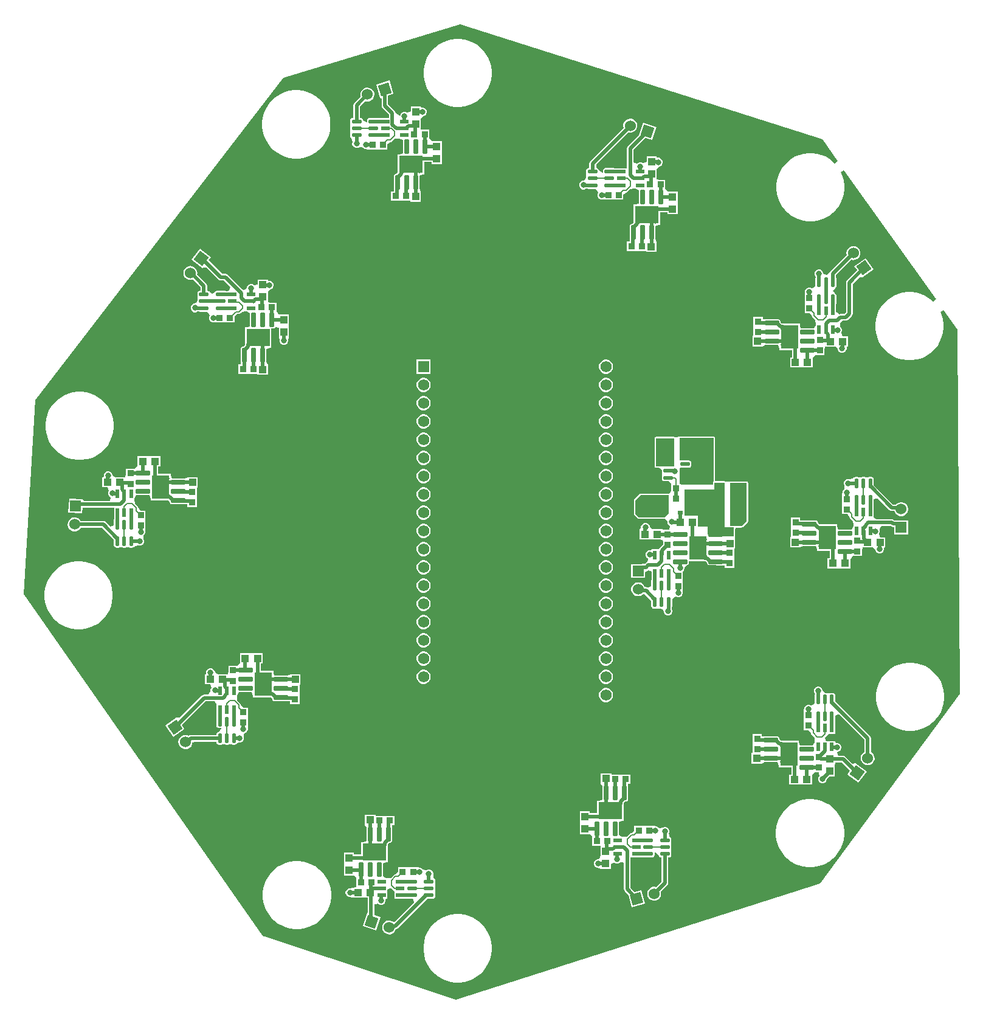
<source format=gtl>
%TF.GenerationSoftware,Altium Limited,Altium Designer,23.3.1 (30)*%
G04 Layer_Physical_Order=1*
G04 Layer_Color=255*
%FSLAX45Y45*%
%MOMM*%
%TF.SameCoordinates,30647D46-07CB-4458-BA05-9B6BD05E8BF5*%
%TF.FilePolarity,Positive*%
%TF.FileFunction,Copper,L1,Top,Signal*%
%TF.Part,Single*%
G01*
G75*
%TA.AperFunction,SMDPad,CuDef*%
%ADD10R,1.00000X2.00000*%
%ADD11R,1.24000X2.73000*%
G04:AMPARAMS|DCode=12|XSize=1.37mm|YSize=0.59mm|CornerRadius=0.1475mm|HoleSize=0mm|Usage=FLASHONLY|Rotation=180.000|XOffset=0mm|YOffset=0mm|HoleType=Round|Shape=RoundedRectangle|*
%AMROUNDEDRECTD12*
21,1,1.37000,0.29500,0,0,180.0*
21,1,1.07500,0.59000,0,0,180.0*
1,1,0.29500,-0.53750,0.14750*
1,1,0.29500,0.53750,0.14750*
1,1,0.29500,0.53750,-0.14750*
1,1,0.29500,-0.53750,-0.14750*
%
%ADD12ROUNDEDRECTD12*%
%ADD13R,0.50000X0.70000*%
%ADD14R,0.55000X1.20000*%
%ADD15R,0.90000X0.90000*%
G04:AMPARAMS|DCode=16|XSize=1.37mm|YSize=0.59mm|CornerRadius=0.1475mm|HoleSize=0mm|Usage=FLASHONLY|Rotation=270.000|XOffset=0mm|YOffset=0mm|HoleType=Round|Shape=RoundedRectangle|*
%AMROUNDEDRECTD16*
21,1,1.37000,0.29500,0,0,270.0*
21,1,1.07500,0.59000,0,0,270.0*
1,1,0.29500,-0.14750,-0.53750*
1,1,0.29500,-0.14750,0.53750*
1,1,0.29500,0.14750,0.53750*
1,1,0.29500,0.14750,-0.53750*
%
%ADD16ROUNDEDRECTD16*%
%ADD17R,2.41300X3.30200*%
G04:AMPARAMS|DCode=18|XSize=1.97mm|YSize=0.6mm|CornerRadius=0.075mm|HoleSize=0mm|Usage=FLASHONLY|Rotation=180.000|XOffset=0mm|YOffset=0mm|HoleType=Round|Shape=RoundedRectangle|*
%AMROUNDEDRECTD18*
21,1,1.97000,0.45000,0,0,180.0*
21,1,1.82000,0.60000,0,0,180.0*
1,1,0.15000,-0.91000,0.22500*
1,1,0.15000,0.91000,0.22500*
1,1,0.15000,0.91000,-0.22500*
1,1,0.15000,-0.91000,-0.22500*
%
%ADD18ROUNDEDRECTD18*%
%ADD19R,1.10000X1.00000*%
%ADD20R,0.90000X0.90000*%
%ADD21R,0.70000X0.50000*%
%ADD22R,1.00000X1.10000*%
%ADD23R,1.20000X0.55000*%
%ADD24R,3.30200X2.41300*%
G04:AMPARAMS|DCode=25|XSize=1.97mm|YSize=0.6mm|CornerRadius=0.075mm|HoleSize=0mm|Usage=FLASHONLY|Rotation=270.000|XOffset=0mm|YOffset=0mm|HoleType=Round|Shape=RoundedRectangle|*
%AMROUNDEDRECTD25*
21,1,1.97000,0.45000,0,0,270.0*
21,1,1.82000,0.60000,0,0,270.0*
1,1,0.15000,-0.22500,-0.91000*
1,1,0.15000,-0.22500,0.91000*
1,1,0.15000,0.22500,0.91000*
1,1,0.15000,0.22500,-0.91000*
%
%ADD25ROUNDEDRECTD25*%
%ADD26R,2.73000X1.24000*%
%TA.AperFunction,Conductor*%
%ADD27C,0.50000*%
%ADD28C,0.20000*%
%TA.AperFunction,ComponentPad*%
%ADD29C,1.53000*%
%ADD30R,1.53000X1.53000*%
%ADD31R,1.53000X1.53000*%
%ADD32P,2.16375X4X350.0*%
%ADD33P,2.16375X4X387.0*%
%ADD34P,2.16375X4X61.0*%
%ADD35P,2.16375X4X99.0*%
%ADD36P,2.16375X4X171.0*%
%ADD37P,2.16375X4X242.0*%
%ADD38P,2.16375X4X278.0*%
%ADD39P,2.16375X4X312.0*%
%ADD40C,1.56000*%
%ADD41R,1.56000X1.56000*%
%TA.AperFunction,ViaPad*%
%ADD42C,0.80000*%
G36*
X8643740Y9516180D02*
X8858829Y9213786D01*
X8820512Y9181392D01*
X8791510Y9210394D01*
X8742111Y9248300D01*
X8688187Y9279433D01*
X8630660Y9303261D01*
X8570515Y9319377D01*
X8508782Y9327504D01*
X8446516D01*
X8384782Y9319377D01*
X8324637Y9303261D01*
X8267111Y9279433D01*
X8213187Y9248300D01*
X8163788Y9210394D01*
X8119759Y9166365D01*
X8081853Y9116966D01*
X8050720Y9063042D01*
X8026892Y9005516D01*
X8010776Y8945371D01*
X8002649Y8883637D01*
Y8821371D01*
X8010776Y8759638D01*
X8026892Y8699493D01*
X8050720Y8641966D01*
X8081853Y8588042D01*
X8119759Y8538643D01*
X8163788Y8494614D01*
X8213187Y8456709D01*
X8267111Y8425576D01*
X8324637Y8401747D01*
X8384782Y8385632D01*
X8446516Y8377504D01*
X8508782D01*
X8570515Y8385632D01*
X8630660Y8401747D01*
X8688187Y8425576D01*
X8742111Y8456709D01*
X8791510Y8494614D01*
X8835539Y8538643D01*
X8873444Y8588042D01*
X8904577Y8641966D01*
X8928406Y8699493D01*
X8944521Y8759638D01*
X8952649Y8821371D01*
Y8883637D01*
X8944521Y8945371D01*
X8928406Y9005516D01*
X8904577Y9063042D01*
X8904079Y9063905D01*
X8946196Y9090956D01*
X10226634Y7290784D01*
X10188317Y7258390D01*
X10171275Y7275432D01*
X10121876Y7313337D01*
X10067952Y7344470D01*
X10010425Y7368298D01*
X9950281Y7384414D01*
X9888547Y7392541D01*
X9826281D01*
X9764547Y7384414D01*
X9704403Y7368298D01*
X9646876Y7344470D01*
X9592952Y7313337D01*
X9543553Y7275432D01*
X9499524Y7231403D01*
X9461619Y7182004D01*
X9430486Y7128079D01*
X9406657Y7070553D01*
X9390542Y7010408D01*
X9382414Y6948675D01*
Y6886409D01*
X9390542Y6824675D01*
X9406657Y6764530D01*
X9430486Y6707004D01*
X9461619Y6653080D01*
X9499524Y6603680D01*
X9543553Y6559652D01*
X9592952Y6521746D01*
X9646876Y6490613D01*
X9704403Y6466785D01*
X9764547Y6450669D01*
X9826281Y6442542D01*
X9888547D01*
X9950281Y6450669D01*
X10010425Y6466785D01*
X10067952Y6490613D01*
X10121876Y6521746D01*
X10171275Y6559652D01*
X10215304Y6603680D01*
X10253210Y6653080D01*
X10284343Y6707004D01*
X10308171Y6764530D01*
X10324287Y6824675D01*
X10332414Y6886409D01*
Y6948675D01*
X10324287Y7010408D01*
X10308171Y7070553D01*
X10288996Y7116845D01*
X10333023Y7141211D01*
X10527718Y6867488D01*
X10557290Y1801008D01*
X8615709Y-846829D01*
X3540204Y-2459662D01*
X846590Y-1571030D01*
X-2481969Y3190017D01*
X-2313019Y5885216D01*
X1138466Y10376709D01*
X3603650Y11123890D01*
X8643740Y9516180D01*
D02*
G37*
%LPC*%
G36*
X2615520Y10337628D02*
X2430953Y10281201D01*
X2487381Y10096634D01*
X2487381D01*
X2505569Y10083176D01*
Y9988906D01*
X2509062Y9971347D01*
X2519007Y9956462D01*
X2608991Y9866479D01*
X2606689Y9816479D01*
X2479000D01*
X2479000Y9816479D01*
X2447250Y9819160D01*
X2339750D01*
X2326191Y9816463D01*
X2314697Y9808782D01*
X2307016Y9797288D01*
X2304319Y9783729D01*
Y9757908D01*
X2301361Y9754769D01*
X2296270Y9754769D01*
X2248681Y9783729D01*
X2245984Y9797288D01*
X2238303Y9808782D01*
X2226809Y9816463D01*
X2213250Y9819160D01*
X2205382D01*
Y9974815D01*
X2280803Y10050236D01*
X2299220Y10045984D01*
X2324614Y10046871D01*
X2348913Y10054300D01*
X2370461Y10067764D01*
X2387789Y10086347D01*
X2399718Y10108782D01*
X2405434Y10133540D01*
X2404547Y10158933D01*
X2397118Y10183232D01*
X2383654Y10204780D01*
X2365071Y10222109D01*
X2342636Y10234037D01*
X2317878Y10239753D01*
X2292485Y10238866D01*
X2268186Y10231437D01*
X2246638Y10217973D01*
X2229309Y10199390D01*
X2217381Y10176955D01*
X2211665Y10152198D01*
X2212552Y10126804D01*
X2216075Y10115281D01*
X2127057Y10026263D01*
X2117111Y10011378D01*
X2113619Y9993819D01*
Y9819160D01*
X2105750D01*
X2092191Y9816463D01*
X2080697Y9808782D01*
X2073016Y9797288D01*
X2070319Y9783729D01*
Y9754229D01*
X2073016Y9740670D01*
Y9702288D01*
X2070319Y9688729D01*
Y9659229D01*
X2073016Y9645670D01*
Y9607288D01*
X2070319Y9593729D01*
Y9564229D01*
X2073016Y9550670D01*
X2080697Y9539176D01*
X2085651Y9535866D01*
X2095818Y9514979D01*
X2102916Y9482656D01*
X2102755Y9480039D01*
X2098250Y9469164D01*
Y9445295D01*
X2107385Y9423242D01*
X2124263Y9406364D01*
X2146315Y9397229D01*
X2170185D01*
X2188636Y9404872D01*
X2192237Y9406363D01*
X2192239Y9406364D01*
X2233591Y9409464D01*
X2250914Y9399712D01*
X2257513Y9393114D01*
X2279565Y9383979D01*
X2314000Y9378979D01*
X2314001Y9378979D01*
X2409000D01*
X2444000Y9378979D01*
X2494000Y9378979D01*
X2589000D01*
Y9447891D01*
X2626500Y9478391D01*
X2638205Y9480720D01*
X2648129Y9487350D01*
X2689954Y9529176D01*
X2739000Y9531479D01*
X2745353Y9531479D01*
X2757906D01*
X2802462Y9507479D01*
Y9325479D01*
X2754635Y9309629D01*
X2731400D01*
Y9077761D01*
X2730519Y9073329D01*
Y9059384D01*
X2711652Y9040518D01*
X2703500D01*
X2692770Y9038383D01*
X2683674Y9032306D01*
X2677596Y9023209D01*
X2675462Y9012479D01*
Y8918203D01*
X2675119Y8916479D01*
Y8793979D01*
X2639000D01*
Y8663979D01*
X2769000D01*
Y8663979D01*
X2784001D01*
Y8663979D01*
X2904000D01*
Y8651479D01*
X3054000D01*
Y8791479D01*
X3054000D01*
X3030539Y8830480D01*
Y9012479D01*
X3078365Y9028329D01*
X3101600D01*
Y9203098D01*
X3204000D01*
Y9173979D01*
X3344000D01*
Y9323979D01*
X3344000D01*
Y9343980D01*
X3344000D01*
Y9493979D01*
X3209073D01*
X3191567Y9507957D01*
X3171500Y9530517D01*
Y9653979D01*
X3101929D01*
X3054000Y9658980D01*
X3054000Y9698802D01*
X3054000Y9795286D01*
X3057994Y9812749D01*
X3088435Y9841479D01*
X3110487Y9850614D01*
X3127366Y9867492D01*
X3136500Y9889545D01*
Y9913414D01*
X3127366Y9935467D01*
X3110487Y9952345D01*
X3088435Y9961479D01*
X3064566D01*
X3054000Y9968539D01*
Y9978979D01*
X2914000D01*
Y9907733D01*
X2864000Y9888832D01*
X2860487Y9892345D01*
X2838435Y9901479D01*
X2814565D01*
X2792513Y9892345D01*
X2775635Y9875466D01*
X2768163Y9857428D01*
X2762327Y9851988D01*
X2752288Y9848558D01*
X2702382Y9883856D01*
X2698889Y9901414D01*
X2688943Y9916299D01*
X2597332Y10007910D01*
Y10130249D01*
X2671948Y10153062D01*
X2615520Y10337628D01*
D02*
G37*
G36*
X3596350Y10917613D02*
X3534084D01*
X3472350Y10909486D01*
X3412205Y10893370D01*
X3354679Y10869542D01*
X3300755Y10838409D01*
X3251355Y10800503D01*
X3207327Y10756475D01*
X3169421Y10707075D01*
X3138288Y10653151D01*
X3114460Y10595625D01*
X3098344Y10535480D01*
X3090217Y10473746D01*
Y10411480D01*
X3098344Y10349747D01*
X3114460Y10289602D01*
X3138288Y10232076D01*
X3169421Y10178151D01*
X3207327Y10128752D01*
X3251355Y10084723D01*
X3300755Y10046818D01*
X3354679Y10015685D01*
X3412205Y9991857D01*
X3472350Y9975741D01*
X3534084Y9967614D01*
X3596350D01*
X3658083Y9975741D01*
X3718228Y9991857D01*
X3775754Y10015685D01*
X3829679Y10046818D01*
X3879078Y10084723D01*
X3923107Y10128752D01*
X3961012Y10178151D01*
X3992145Y10232076D01*
X4015973Y10289602D01*
X4032089Y10349747D01*
X4040216Y10411480D01*
Y10473746D01*
X4032089Y10535480D01*
X4015973Y10595625D01*
X3992145Y10653151D01*
X3961012Y10707075D01*
X3923107Y10756475D01*
X3879078Y10800503D01*
X3829679Y10838409D01*
X3775754Y10869542D01*
X3718228Y10893370D01*
X3658083Y10909486D01*
X3596350Y10917613D01*
D02*
G37*
G36*
X5961580Y9806278D02*
X5936726Y9800995D01*
X5914086Y9789459D01*
X5895204Y9772458D01*
X5881365Y9751148D01*
X5873513Y9726983D01*
X5872184Y9701609D01*
X5876480Y9681395D01*
X5411727Y9216642D01*
X5401781Y9201758D01*
X5398289Y9184199D01*
Y9119250D01*
X5390420D01*
X5376861Y9116554D01*
X5365367Y9108873D01*
X5357687Y9097379D01*
X5354990Y9083820D01*
Y9054320D01*
X5357686Y9040761D01*
Y9002379D01*
X5354990Y8988820D01*
Y8985089D01*
X5336839Y8952324D01*
X5307640Y8941070D01*
X5306736D01*
X5284683Y8931935D01*
X5267805Y8915057D01*
X5258670Y8893005D01*
Y8869135D01*
X5267805Y8847083D01*
X5284683Y8830204D01*
X5306736Y8821070D01*
X5330605D01*
X5352658Y8830204D01*
X5356642Y8834188D01*
X5372967D01*
X5376861Y8831586D01*
X5390420Y8828889D01*
X5474351D01*
X5492130Y8828889D01*
X5516825Y8802689D01*
X5524421Y8775924D01*
X5516170Y8756005D01*
Y8732135D01*
X5525305Y8710083D01*
X5542183Y8693205D01*
X5564235Y8684070D01*
X5598671Y8679070D01*
X5598671Y8679070D01*
X5693670D01*
X5728670Y8679070D01*
X5778670Y8679070D01*
X5873670D01*
Y8747982D01*
X5911170Y8778482D01*
X5922875Y8780811D01*
X5932799Y8787441D01*
X5974624Y8829267D01*
X6023670Y8831570D01*
X6030024Y8831570D01*
X6042576D01*
X6087132Y8807569D01*
Y8625570D01*
X6039305Y8609720D01*
X6016070D01*
Y8377852D01*
X6015189Y8373420D01*
Y8359475D01*
X5996322Y8340609D01*
X5988170D01*
X5977440Y8338474D01*
X5968344Y8332396D01*
X5962266Y8323300D01*
X5960132Y8312570D01*
Y8218294D01*
X5959789Y8216570D01*
Y8094070D01*
X5923670D01*
Y7964070D01*
X6053670D01*
Y7964070D01*
X6068671D01*
Y7964070D01*
X6188670D01*
Y7951570D01*
X6338670D01*
Y8091570D01*
X6338670D01*
X6315209Y8130570D01*
Y8312570D01*
X6363036Y8328420D01*
X6386270D01*
Y8503188D01*
X6488670D01*
Y8474070D01*
X6628670D01*
Y8624069D01*
X6628671D01*
Y8644071D01*
X6628670D01*
Y8794070D01*
X6493743D01*
X6476237Y8808048D01*
X6456170Y8830608D01*
Y8954070D01*
X6386599D01*
X6338670Y8959070D01*
X6338670Y8998892D01*
X6338670Y9095377D01*
X6342664Y9112840D01*
X6373105Y9141570D01*
X6395157Y9150705D01*
X6412036Y9167583D01*
X6421170Y9189635D01*
Y9213505D01*
X6412036Y9235557D01*
X6395157Y9252436D01*
X6373105Y9261570D01*
X6349236D01*
X6338670Y9268630D01*
Y9279070D01*
X6198670D01*
Y9207824D01*
X6148670Y9188922D01*
X6145157Y9192436D01*
X6123105Y9201570D01*
X6099235D01*
X6077183Y9192436D01*
X6067052Y9182304D01*
X6035160Y9188390D01*
X6017052Y9197632D01*
Y9372136D01*
X6183175Y9538259D01*
X6272741Y9509158D01*
X6332381Y9692711D01*
X6148827Y9752352D01*
X6091712Y9576569D01*
X5938727Y9423584D01*
X5928781Y9408699D01*
X5925289Y9391141D01*
Y9165899D01*
X5923670Y9116570D01*
X5763670D01*
X5763670Y9116570D01*
X5731920Y9119250D01*
X5624420D01*
X5610861Y9116554D01*
X5599367Y9108873D01*
X5591687Y9097379D01*
X5588990Y9083820D01*
Y9057999D01*
X5586031Y9054860D01*
X5580941Y9054860D01*
X5533351Y9083820D01*
X5530654Y9097379D01*
X5522973Y9108873D01*
X5511479Y9116554D01*
X5497921Y9119250D01*
X5494108Y9169250D01*
X5941607Y9616750D01*
X5951479Y9613542D01*
X5976853Y9612213D01*
X6001707Y9617496D01*
X6024346Y9629031D01*
X6043228Y9646033D01*
X6057067Y9667342D01*
X6064919Y9691508D01*
X6066249Y9716882D01*
X6060966Y9741736D01*
X6049430Y9764375D01*
X6032429Y9783258D01*
X6011119Y9797096D01*
X5986953Y9804948D01*
X5961580Y9806278D01*
D02*
G37*
G36*
X1349731Y10202143D02*
X1287465D01*
X1225731Y10194015D01*
X1165586Y10177900D01*
X1108060Y10154071D01*
X1054136Y10122938D01*
X1004736Y10085033D01*
X960708Y10041004D01*
X922802Y9991605D01*
X891669Y9937681D01*
X867841Y9880154D01*
X851725Y9820010D01*
X843598Y9758276D01*
Y9696010D01*
X851725Y9634276D01*
X867841Y9574131D01*
X891669Y9516605D01*
X922802Y9462681D01*
X960708Y9413282D01*
X1004736Y9369253D01*
X1054136Y9331347D01*
X1108060Y9300214D01*
X1165586Y9276386D01*
X1225731Y9260270D01*
X1287465Y9252143D01*
X1349731D01*
X1411464Y9260270D01*
X1471609Y9276386D01*
X1529135Y9300214D01*
X1583060Y9331347D01*
X1632459Y9369253D01*
X1676488Y9413282D01*
X1714393Y9462681D01*
X1745526Y9516605D01*
X1769354Y9574131D01*
X1785470Y9634276D01*
X1793597Y9696010D01*
Y9758276D01*
X1785470Y9820010D01*
X1769354Y9880154D01*
X1745526Y9937681D01*
X1714393Y9991605D01*
X1676488Y10041004D01*
X1632459Y10085033D01*
X1583060Y10122938D01*
X1529135Y10154071D01*
X1471609Y10177900D01*
X1411464Y10194015D01*
X1349731Y10202143D01*
D02*
G37*
G36*
X9079826Y8031943D02*
X9054556Y8029286D01*
X9030835Y8020181D01*
X9010279Y8005246D01*
X8994289Y7985499D01*
X8983954Y7962287D01*
X8979979Y7937191D01*
X8982635Y7911921D01*
X8984587Y7906838D01*
X8756984Y7679235D01*
X8747038Y7664351D01*
X8703287Y7631739D01*
X8668578Y7639739D01*
X8659427Y7658833D01*
X8650293Y7680885D01*
X8633414Y7697764D01*
X8611362Y7706898D01*
X8587492D01*
X8565440Y7697764D01*
X8548562Y7680885D01*
X8539427Y7658833D01*
Y7634963D01*
X8548562Y7612911D01*
X8553546Y7607927D01*
Y7597105D01*
X8551944Y7594707D01*
X8549247Y7581148D01*
Y7497218D01*
X8549246Y7479439D01*
X8523046Y7454743D01*
X8496281Y7447147D01*
X8476362Y7455398D01*
X8452493D01*
X8430440Y7446264D01*
X8413562Y7429385D01*
X8404427Y7407333D01*
X8399427Y7372898D01*
X8399427Y7372898D01*
Y7277898D01*
X8399427Y7242898D01*
X8399427Y7192898D01*
Y7097898D01*
X8468339D01*
X8498839Y7060398D01*
X8501168Y7048693D01*
X8507798Y7038770D01*
X8549624Y6996944D01*
X8551927Y6947898D01*
X8551927Y6941545D01*
Y6928992D01*
X8527927Y6884437D01*
X8345927D01*
X8330077Y6932264D01*
Y6955498D01*
X8098209D01*
X8093777Y6956380D01*
X8079832D01*
X8060966Y6975246D01*
Y6983398D01*
X8058831Y6994128D01*
X8052754Y7003224D01*
X8043657Y7009302D01*
X8032927Y7011437D01*
X7938651D01*
X7936927Y7011780D01*
X7814427D01*
Y7047898D01*
X7684427D01*
Y6917899D01*
X7684427D01*
Y6902898D01*
X7684427D01*
Y6782898D01*
X7671927D01*
Y6632899D01*
X7811927D01*
Y6632898D01*
X7850928Y6656360D01*
X8032927D01*
X8048777Y6608533D01*
Y6585298D01*
X8223546D01*
Y6482898D01*
X8194427D01*
Y6342898D01*
X8344427D01*
Y6342898D01*
X8364428D01*
Y6342898D01*
X8514427D01*
Y6477825D01*
X8528405Y6495331D01*
X8550965Y6515398D01*
X8674427D01*
Y6584970D01*
X8679428Y6632898D01*
X8719250Y6632898D01*
X8815734Y6632898D01*
X8833197Y6628904D01*
X8861927Y6598463D01*
X8871062Y6576411D01*
X8887940Y6559533D01*
X8909993Y6550398D01*
X8933862D01*
X8955915Y6559533D01*
X8972793Y6576411D01*
X8981927Y6598464D01*
Y6622333D01*
X8988987Y6632898D01*
X8999427D01*
Y6772898D01*
X8928181D01*
X8909280Y6822898D01*
X8912793Y6826411D01*
X8921927Y6848464D01*
Y6872333D01*
X8912793Y6894385D01*
X8895915Y6911264D01*
X8890359Y6960204D01*
X8922737Y6994017D01*
X8970427D01*
X8987985Y6997509D01*
X9002870Y7007455D01*
X9054370Y7058955D01*
X9064316Y7073840D01*
X9067809Y7091398D01*
Y7505500D01*
X9160213Y7597904D01*
X9205227Y7594362D01*
X9205227D01*
X9361367Y7707804D01*
X9247925Y7863945D01*
X9091784Y7750502D01*
X9130185Y7697649D01*
X8989484Y7556948D01*
X8979538Y7542063D01*
X8976046Y7524504D01*
Y7110403D01*
X8951422Y7085780D01*
X8893927D01*
X8886927Y7084387D01*
X8851486Y7103598D01*
X8836927Y7116067D01*
Y7207898D01*
X8836927Y7207898D01*
X8839608Y7239648D01*
Y7347148D01*
X8836911Y7360707D01*
X8829230Y7372201D01*
X8817736Y7379882D01*
X8813826Y7380660D01*
X8795316Y7410398D01*
X8813826Y7440137D01*
X8817736Y7440915D01*
X8829230Y7448595D01*
X8836911Y7460089D01*
X8839608Y7473648D01*
Y7581148D01*
X8836911Y7594707D01*
X8835309Y7597105D01*
Y7627787D01*
X9049085Y7841563D01*
X9049634Y7841319D01*
X9074730Y7837344D01*
X9100000Y7840000D01*
X9123721Y7849106D01*
X9144278Y7864041D01*
X9160268Y7883787D01*
X9170603Y7906999D01*
X9174578Y7932095D01*
X9171921Y7957365D01*
X9162816Y7981086D01*
X9147881Y8001643D01*
X9128134Y8017633D01*
X9104922Y8027968D01*
X9079826Y8031943D01*
D02*
G37*
G36*
X-22563Y7996570D02*
X-138713Y7842433D01*
X15424Y7726283D01*
X18993Y7731020D01*
X68872Y7734508D01*
X236840Y7566540D01*
X251725Y7556594D01*
X269283Y7553101D01*
X311487D01*
X403425Y7461164D01*
X385957Y7413643D01*
X349592Y7406850D01*
X317842Y7409531D01*
X210342D01*
X196783Y7406834D01*
X185289Y7399153D01*
X177608Y7387659D01*
X176830Y7383749D01*
X147092Y7365239D01*
X117353Y7383749D01*
X116576Y7387659D01*
X108895Y7399153D01*
X97401Y7406834D01*
X83842Y7409531D01*
X75973D01*
Y7481642D01*
X72481Y7499200D01*
X62535Y7514085D01*
X-61694Y7638314D01*
X-59102Y7659423D01*
X-62638Y7684584D01*
X-72566Y7707973D01*
X-88209Y7727996D01*
X-108502Y7743288D01*
X-132061Y7752806D01*
X-157280Y7755902D01*
X-182442Y7752366D01*
X-205831Y7742438D01*
X-225853Y7726795D01*
X-241145Y7706502D01*
X-250663Y7682943D01*
X-253759Y7657724D01*
X-250223Y7632563D01*
X-240295Y7609174D01*
X-224652Y7589151D01*
X-204360Y7573859D01*
X-180801Y7564341D01*
X-155581Y7561245D01*
X-130420Y7564781D01*
X-121654Y7568502D01*
X-15790Y7462637D01*
Y7409531D01*
X-23658D01*
X-37217Y7406834D01*
X-48711Y7399153D01*
X-56392Y7387659D01*
X-59089Y7374100D01*
Y7344600D01*
X-56392Y7331041D01*
Y7292659D01*
X-59089Y7279100D01*
Y7276172D01*
X-74003Y7243232D01*
X-103593Y7230600D01*
X-125645Y7221465D01*
X-142523Y7204587D01*
X-151658Y7182535D01*
Y7158665D01*
X-142523Y7136613D01*
X-125645Y7119734D01*
X-103593Y7110600D01*
X-79723D01*
X-57671Y7119734D01*
X-53937Y7123468D01*
X-39615D01*
X-37217Y7121866D01*
X-23658Y7119169D01*
X60272D01*
X78051Y7119169D01*
X102747Y7092969D01*
X110343Y7066204D01*
X102092Y7046285D01*
Y7022415D01*
X111226Y7000363D01*
X128105Y6983485D01*
X150157Y6974350D01*
X184592Y6969350D01*
X184592Y6969350D01*
X279592D01*
X314592Y6969350D01*
X364592Y6969350D01*
X459592D01*
Y7056092D01*
X492261Y7088762D01*
X519348D01*
X519350Y7088762D01*
X531055Y7091090D01*
X540979Y7097721D01*
X561207Y7117950D01*
X609592Y7121850D01*
X609592Y7121850D01*
X628498D01*
X673053Y7097849D01*
Y6915850D01*
X625227Y6900000D01*
X601992D01*
Y6668132D01*
X601110Y6663700D01*
Y6649755D01*
X582244Y6630889D01*
X574092D01*
X563362Y6628754D01*
X554266Y6622676D01*
X548188Y6613580D01*
X546053Y6602850D01*
Y6508574D01*
X545710Y6506850D01*
Y6384350D01*
X509592D01*
Y6254350D01*
X639591D01*
Y6254350D01*
X654593D01*
Y6254350D01*
X774592D01*
Y6241850D01*
X924591D01*
Y6381850D01*
X924592D01*
X901131Y6420851D01*
Y6602850D01*
X948957Y6618700D01*
X972192D01*
Y6876093D01*
X972192Y6887811D01*
X977560Y6887811D01*
X1000092D01*
X1010822Y6889946D01*
X1019918Y6896024D01*
X1024842Y6903393D01*
X1029567Y6904386D01*
X1074842Y6895076D01*
X1074842Y6884100D01*
Y6764101D01*
X1074842D01*
X1083592Y6717725D01*
Y6705416D01*
X1092726Y6683363D01*
X1109605Y6666485D01*
X1131657Y6657350D01*
X1155527D01*
X1177579Y6666485D01*
X1194457Y6683363D01*
X1203592Y6705416D01*
Y6718760D01*
X1214842Y6764101D01*
X1214842D01*
Y6884100D01*
X1214842Y6914100D01*
X1214842Y6964100D01*
Y7084100D01*
X1079562D01*
X1062357Y7097990D01*
X1042092Y7120535D01*
Y7244350D01*
X971788D01*
X923342Y7248100D01*
X923342Y7289690D01*
X923342Y7384407D01*
X927336Y7401869D01*
X957777Y7430600D01*
X979829Y7439734D01*
X996707Y7456613D01*
X1005842Y7478665D01*
Y7502535D01*
X996707Y7524587D01*
X979829Y7541465D01*
X957776Y7550600D01*
X933907D01*
X923342Y7557660D01*
Y7568100D01*
X783342D01*
Y7500781D01*
X778338Y7497690D01*
X733342Y7485453D01*
X726079Y7492716D01*
X704027Y7501850D01*
X680157D01*
X658105Y7492716D01*
X641226Y7475837D01*
X632092Y7453785D01*
Y7444087D01*
X587284Y7417380D01*
X567769Y7426592D01*
X362935Y7631426D01*
X348050Y7641372D01*
X330492Y7644865D01*
X288287D01*
X97693Y7835459D01*
X131574Y7880420D01*
X-22563Y7996570D01*
D02*
G37*
G36*
X5645402Y6451500D02*
X5619598D01*
X5594674Y6444821D01*
X5572327Y6431919D01*
X5554081Y6413673D01*
X5541179Y6391327D01*
X5534500Y6366402D01*
Y6340598D01*
X5541179Y6315674D01*
X5554081Y6293327D01*
X5572327Y6275081D01*
X5594674Y6262179D01*
X5619598Y6255500D01*
X5645402D01*
X5670326Y6262179D01*
X5692673Y6275081D01*
X5710919Y6293327D01*
X5723821Y6315674D01*
X5730500Y6340598D01*
Y6366402D01*
X5723821Y6391327D01*
X5710919Y6413673D01*
X5692673Y6431919D01*
X5670326Y6444821D01*
X5645402Y6451500D01*
D02*
G37*
G36*
X3190500D02*
X2994500D01*
Y6255500D01*
X3190500D01*
Y6451500D01*
D02*
G37*
G36*
X5645402Y6197500D02*
X5619598D01*
X5594674Y6190821D01*
X5572327Y6177919D01*
X5554081Y6159673D01*
X5541179Y6137327D01*
X5534500Y6112402D01*
Y6086598D01*
X5541179Y6061674D01*
X5554081Y6039327D01*
X5572327Y6021081D01*
X5594674Y6008179D01*
X5619598Y6001500D01*
X5645402D01*
X5670326Y6008179D01*
X5692673Y6021081D01*
X5710919Y6039327D01*
X5723821Y6061674D01*
X5730500Y6086598D01*
Y6112402D01*
X5723821Y6137327D01*
X5710919Y6159673D01*
X5692673Y6177919D01*
X5670326Y6190821D01*
X5645402Y6197500D01*
D02*
G37*
G36*
X3105402D02*
X3079598D01*
X3054674Y6190821D01*
X3032327Y6177919D01*
X3014081Y6159673D01*
X3001179Y6137327D01*
X2994500Y6112402D01*
Y6086598D01*
X3001179Y6061674D01*
X3014081Y6039327D01*
X3032327Y6021081D01*
X3054674Y6008179D01*
X3079598Y6001500D01*
X3105402D01*
X3130326Y6008179D01*
X3152673Y6021081D01*
X3170919Y6039327D01*
X3183821Y6061674D01*
X3190500Y6086598D01*
Y6112402D01*
X3183821Y6137327D01*
X3170919Y6159673D01*
X3152673Y6177919D01*
X3130326Y6190821D01*
X3105402Y6197500D01*
D02*
G37*
G36*
X5645402Y5943500D02*
X5619598D01*
X5594674Y5936821D01*
X5572327Y5923919D01*
X5554081Y5905673D01*
X5541179Y5883327D01*
X5534500Y5858402D01*
Y5832598D01*
X5541179Y5807674D01*
X5554081Y5785327D01*
X5572327Y5767081D01*
X5594674Y5754179D01*
X5619598Y5747500D01*
X5645402D01*
X5670326Y5754179D01*
X5692673Y5767081D01*
X5710919Y5785327D01*
X5723821Y5807674D01*
X5730500Y5832598D01*
Y5858402D01*
X5723821Y5883327D01*
X5710919Y5905673D01*
X5692673Y5923919D01*
X5670326Y5936821D01*
X5645402Y5943500D01*
D02*
G37*
G36*
X3105402D02*
X3079598D01*
X3054674Y5936821D01*
X3032327Y5923919D01*
X3014081Y5905673D01*
X3001179Y5883327D01*
X2994500Y5858402D01*
Y5832598D01*
X3001179Y5807674D01*
X3014081Y5785327D01*
X3032327Y5767081D01*
X3054674Y5754179D01*
X3079598Y5747500D01*
X3105402D01*
X3130326Y5754179D01*
X3152673Y5767081D01*
X3170919Y5785327D01*
X3183821Y5807674D01*
X3190500Y5832598D01*
Y5858402D01*
X3183821Y5883327D01*
X3170919Y5905673D01*
X3152673Y5923919D01*
X3130326Y5936821D01*
X3105402Y5943500D01*
D02*
G37*
G36*
X5645402Y5689500D02*
X5619598D01*
X5594674Y5682821D01*
X5572327Y5669919D01*
X5554081Y5651673D01*
X5541179Y5629327D01*
X5534500Y5604402D01*
Y5578598D01*
X5541179Y5553674D01*
X5554081Y5531327D01*
X5572327Y5513081D01*
X5594674Y5500179D01*
X5619598Y5493500D01*
X5645402D01*
X5670326Y5500179D01*
X5692673Y5513081D01*
X5710919Y5531327D01*
X5723821Y5553674D01*
X5730500Y5578598D01*
Y5604402D01*
X5723821Y5629327D01*
X5710919Y5651673D01*
X5692673Y5669919D01*
X5670326Y5682821D01*
X5645402Y5689500D01*
D02*
G37*
G36*
X3105402D02*
X3079598D01*
X3054674Y5682821D01*
X3032327Y5669919D01*
X3014081Y5651673D01*
X3001179Y5629327D01*
X2994500Y5604402D01*
Y5578598D01*
X3001179Y5553674D01*
X3014081Y5531327D01*
X3032327Y5513081D01*
X3054674Y5500179D01*
X3079598Y5493500D01*
X3105402D01*
X3130326Y5500179D01*
X3152673Y5513081D01*
X3170919Y5531327D01*
X3183821Y5553674D01*
X3190500Y5578598D01*
Y5604402D01*
X3183821Y5629327D01*
X3170919Y5651673D01*
X3152673Y5669919D01*
X3130326Y5682821D01*
X3105402Y5689500D01*
D02*
G37*
G36*
X7130000Y5382892D02*
X6657500D01*
X6649696Y5381340D01*
X6646111Y5378944D01*
X6638372Y5376154D01*
X6613628Y5372134D01*
X6590303Y5373840D01*
X6582500Y5375392D01*
X6327500D01*
X6319696Y5373840D01*
X6313080Y5369419D01*
X6308660Y5362804D01*
X6307108Y5355000D01*
Y4965000D01*
X6308660Y4957196D01*
X6313080Y4950581D01*
X6319696Y4946160D01*
X6322500Y4945603D01*
Y4945000D01*
X6325531D01*
X6327500Y4944608D01*
X6365179D01*
X6380505Y4935000D01*
X6390000D01*
X6405000Y4920000D01*
Y4919644D01*
X6408819Y4917250D01*
Y4887750D01*
X6411516Y4874191D01*
Y4835809D01*
X6408819Y4822250D01*
Y4792750D01*
X6411516Y4779191D01*
X6419196Y4767697D01*
X6430691Y4760016D01*
X6444249Y4757319D01*
X6506923D01*
X6542500Y4722500D01*
X6542500Y4719700D01*
Y4626287D01*
X6541953Y4624691D01*
X6534045Y4612569D01*
X6512500Y4590511D01*
Y4590000D01*
X6512001D01*
X6509587Y4587528D01*
X6495445Y4585392D01*
X6115000D01*
X6107197Y4583840D01*
X6100581Y4579419D01*
X6100580Y4579419D01*
X6025581Y4504419D01*
X6021160Y4497804D01*
X6019608Y4490000D01*
Y4307500D01*
X6021160Y4299696D01*
X6025581Y4293081D01*
X6078081Y4240581D01*
X6084696Y4236160D01*
X6092500Y4234608D01*
X6450000D01*
X6477903Y4212050D01*
X6490000Y4197539D01*
Y4178065D01*
X6499135Y4156013D01*
X6516013Y4139134D01*
X6525995Y4135000D01*
X6516050Y4085000D01*
X6427500D01*
X6420000Y4090000D01*
Y4090000D01*
X6286194Y4090000D01*
X6262648Y4099208D01*
X6240000Y4127573D01*
Y4131935D01*
X6230866Y4153987D01*
X6213987Y4170865D01*
X6191935Y4180000D01*
X6168065D01*
X6146013Y4170865D01*
X6129135Y4153987D01*
X6120000Y4131935D01*
Y4108065D01*
X6107929Y4090000D01*
X6100000D01*
Y3950000D01*
X6220000D01*
X6250000Y3950000D01*
X6300000Y3950000D01*
X6381642D01*
X6421386Y3941333D01*
X6427500Y3903107D01*
Y3874886D01*
X6396853Y3844239D01*
X6359999Y3812500D01*
X6265000D01*
Y3808730D01*
X6251934Y3800000D01*
X6228065D01*
X6206013Y3790865D01*
X6189134Y3773987D01*
X6180000Y3751935D01*
Y3728065D01*
X6189134Y3706013D01*
X6206013Y3689134D01*
X6217210Y3684497D01*
X6218221Y3669793D01*
X6210119Y3633806D01*
X6202995Y3632389D01*
X6188110Y3622443D01*
X6172048Y3606381D01*
X6131500D01*
X6127068Y3605500D01*
X5983500D01*
Y3412500D01*
X6176500D01*
Y3494270D01*
X6223274Y3518825D01*
X6265000Y3495917D01*
Y3392500D01*
X6265000Y3392500D01*
X6262319Y3360750D01*
Y3297777D01*
X6243745Y3284056D01*
X6218810Y3276053D01*
X6169924Y3292248D01*
X6157219Y3314252D01*
X6139252Y3332219D01*
X6117248Y3344923D01*
X6092705Y3351500D01*
X6067295D01*
X6042752Y3344923D01*
X6020748Y3332219D01*
X6002781Y3314252D01*
X5990076Y3292247D01*
X5983500Y3267704D01*
Y3242295D01*
X5990076Y3217752D01*
X6002781Y3195747D01*
X6020748Y3177781D01*
X6042752Y3165076D01*
X6067295Y3158500D01*
X6092705D01*
X6117248Y3165076D01*
X6139252Y3177781D01*
X6150882Y3189410D01*
X6170203D01*
X6262319Y3097294D01*
Y3019250D01*
X6265016Y3005691D01*
X6272697Y2994197D01*
X6284191Y2986516D01*
X6297750Y2983819D01*
X6327250D01*
X6340809Y2986516D01*
X6379191D01*
X6392750Y2983819D01*
X6394945D01*
X6428590Y2967477D01*
X6440000Y2938065D01*
X6449134Y2916013D01*
X6466013Y2899134D01*
X6488065Y2890000D01*
X6511935D01*
X6533987Y2899134D01*
X6550865Y2916013D01*
X6560000Y2938065D01*
Y2961935D01*
X6550865Y2983987D01*
X6547131Y2987721D01*
Y3001422D01*
X6549984Y3005691D01*
X6552681Y3019250D01*
Y3103180D01*
X6552681Y3120959D01*
X6578881Y3145655D01*
X6605646Y3153251D01*
X6625565Y3145000D01*
X6649435D01*
X6671487Y3154134D01*
X6688365Y3171013D01*
X6697500Y3193065D01*
X6702500Y3227500D01*
X6702500Y3227501D01*
Y3322500D01*
X6702500Y3357500D01*
X6702500Y3407500D01*
Y3502499D01*
X6702500Y3502499D01*
X6702755Y3502902D01*
X6715866Y3516013D01*
X6724999Y3538064D01*
X6725000Y3538066D01*
X6725000Y3543180D01*
Y3561934D01*
X6766730Y3591096D01*
X6775826Y3597174D01*
X6781904Y3606270D01*
X6784039Y3617000D01*
Y3644900D01*
X7003718D01*
X7008150Y3644018D01*
X7022095D01*
X7040961Y3625152D01*
Y3617000D01*
X7043096Y3606270D01*
X7049174Y3597174D01*
X7058270Y3591096D01*
X7069000Y3588961D01*
X7163276D01*
X7165000Y3588618D01*
X7287500D01*
Y3552500D01*
X7417500D01*
Y3682499D01*
X7417500D01*
Y3697501D01*
X7417500D01*
Y3817500D01*
X7430000D01*
Y3967499D01*
X7430000D01*
X7430392Y3992697D01*
Y4063866D01*
X7435309Y4112143D01*
X7520145Y4113290D01*
X7523908Y4114091D01*
X7527673Y4114840D01*
X7527790Y4114918D01*
X7527927Y4114948D01*
X7531097Y4117128D01*
X7534289Y4119261D01*
X7604419Y4189391D01*
X7608840Y4196007D01*
X7610392Y4203810D01*
Y4713838D01*
X7610393Y4735000D01*
X7610392Y4735001D01*
X7608840Y4742804D01*
X7604419Y4749419D01*
X7597804Y4753840D01*
X7590001Y4755392D01*
X7590000Y4755393D01*
X7568839Y4755392D01*
X7362500Y4755392D01*
X7354697Y4753839D01*
X7333981Y4750183D01*
X7311812Y4751383D01*
X7296579Y4755487D01*
X7295303Y4756339D01*
X7287500Y4757892D01*
X7150392D01*
Y5362500D01*
X7148839Y5370303D01*
X7144419Y5376919D01*
X7137803Y5381340D01*
X7130000Y5382892D01*
D02*
G37*
G36*
X5645402Y5435500D02*
X5619598D01*
X5594674Y5428821D01*
X5572327Y5415919D01*
X5554081Y5397673D01*
X5541179Y5375327D01*
X5534500Y5350402D01*
Y5324598D01*
X5541179Y5299674D01*
X5554081Y5277327D01*
X5572327Y5259081D01*
X5594674Y5246179D01*
X5619598Y5239500D01*
X5645402D01*
X5670326Y5246179D01*
X5692673Y5259081D01*
X5710919Y5277327D01*
X5723821Y5299674D01*
X5730500Y5324598D01*
Y5350402D01*
X5723821Y5375327D01*
X5710919Y5397673D01*
X5692673Y5415919D01*
X5670326Y5428821D01*
X5645402Y5435500D01*
D02*
G37*
G36*
X3105402D02*
X3079598D01*
X3054674Y5428821D01*
X3032327Y5415919D01*
X3014081Y5397673D01*
X3001179Y5375327D01*
X2994500Y5350402D01*
Y5324598D01*
X3001179Y5299674D01*
X3014081Y5277327D01*
X3032327Y5259081D01*
X3054674Y5246179D01*
X3079598Y5239500D01*
X3105402D01*
X3130326Y5246179D01*
X3152673Y5259081D01*
X3170919Y5277327D01*
X3183821Y5299674D01*
X3190500Y5324598D01*
Y5350402D01*
X3183821Y5375327D01*
X3170919Y5397673D01*
X3152673Y5415919D01*
X3130326Y5428821D01*
X3105402Y5435500D01*
D02*
G37*
G36*
X-1669305Y6004510D02*
X-1731571D01*
X-1793305Y5996383D01*
X-1853449Y5980267D01*
X-1910976Y5956439D01*
X-1964900Y5925306D01*
X-2014299Y5887401D01*
X-2058328Y5843372D01*
X-2096234Y5793973D01*
X-2127367Y5740048D01*
X-2151195Y5682522D01*
X-2167311Y5622377D01*
X-2175438Y5560644D01*
Y5498378D01*
X-2167311Y5436644D01*
X-2151195Y5376499D01*
X-2127367Y5318973D01*
X-2096234Y5265049D01*
X-2058328Y5215649D01*
X-2014299Y5171621D01*
X-1964900Y5133715D01*
X-1910976Y5102582D01*
X-1853449Y5078754D01*
X-1793305Y5062638D01*
X-1731571Y5054511D01*
X-1669305D01*
X-1607571Y5062638D01*
X-1547427Y5078754D01*
X-1489900Y5102582D01*
X-1435976Y5133715D01*
X-1386577Y5171621D01*
X-1342548Y5215649D01*
X-1304643Y5265049D01*
X-1273510Y5318973D01*
X-1249681Y5376499D01*
X-1233565Y5436644D01*
X-1225438Y5498378D01*
Y5560644D01*
X-1233565Y5622377D01*
X-1249681Y5682522D01*
X-1273510Y5740048D01*
X-1304643Y5793973D01*
X-1342548Y5843372D01*
X-1386577Y5887401D01*
X-1435976Y5925306D01*
X-1489900Y5956439D01*
X-1547427Y5980267D01*
X-1607571Y5996383D01*
X-1669305Y6004510D01*
D02*
G37*
G36*
X5645402Y5181500D02*
X5619598D01*
X5594674Y5174821D01*
X5572327Y5161919D01*
X5554081Y5143673D01*
X5541179Y5121327D01*
X5534500Y5096402D01*
Y5070598D01*
X5541179Y5045674D01*
X5554081Y5023327D01*
X5572327Y5005081D01*
X5594674Y4992179D01*
X5619598Y4985500D01*
X5645402D01*
X5670326Y4992179D01*
X5692673Y5005081D01*
X5710919Y5023327D01*
X5723821Y5045674D01*
X5730500Y5070598D01*
Y5096402D01*
X5723821Y5121327D01*
X5710919Y5143673D01*
X5692673Y5161919D01*
X5670326Y5174821D01*
X5645402Y5181500D01*
D02*
G37*
G36*
X3105402D02*
X3079598D01*
X3054674Y5174821D01*
X3032327Y5161919D01*
X3014081Y5143673D01*
X3001179Y5121327D01*
X2994500Y5096402D01*
Y5070598D01*
X3001179Y5045674D01*
X3014081Y5023327D01*
X3032327Y5005081D01*
X3054674Y4992179D01*
X3079598Y4985500D01*
X3105402D01*
X3130326Y4992179D01*
X3152673Y5005081D01*
X3170919Y5023327D01*
X3183821Y5045674D01*
X3190500Y5070598D01*
Y5096402D01*
X3183821Y5121327D01*
X3170919Y5143673D01*
X3152673Y5161919D01*
X3130326Y5174821D01*
X3105402Y5181500D01*
D02*
G37*
G36*
X9232250Y4818680D02*
X9202750D01*
X9189191Y4815984D01*
X9150809D01*
X9137250Y4818680D01*
X9107750D01*
X9094191Y4815983D01*
X9082697Y4808303D01*
X9079387Y4803349D01*
X9058500Y4793182D01*
X9026177Y4786084D01*
X9023560Y4786245D01*
X9012685Y4790749D01*
X8988815D01*
X8966763Y4781615D01*
X8949885Y4764737D01*
X8940750Y4742684D01*
Y4718815D01*
X8948393Y4700364D01*
X8949884Y4696762D01*
X8949885Y4696761D01*
X8952985Y4655408D01*
X8943233Y4638085D01*
X8936635Y4631487D01*
X8927500Y4609435D01*
X8922500Y4574999D01*
X8922500Y4574999D01*
Y4480000D01*
X8922500Y4445000D01*
X8922500Y4395000D01*
Y4300000D01*
X8991412D01*
X9021912Y4262499D01*
X9024241Y4250794D01*
X9030871Y4240871D01*
X9072697Y4199045D01*
X9075000Y4150000D01*
X9075000Y4131094D01*
X9050999Y4086538D01*
X8869000D01*
X8853150Y4134365D01*
Y4157600D01*
X8621282D01*
X8616850Y4158481D01*
X8602905D01*
X8584039Y4177347D01*
Y4185499D01*
X8581904Y4196229D01*
X8575826Y4205326D01*
X8566730Y4211404D01*
X8556000Y4213538D01*
X8461724D01*
X8460000Y4213881D01*
X8337500D01*
Y4249999D01*
X8207500D01*
Y4120000D01*
X8207500D01*
Y4104999D01*
X8207500D01*
Y3985000D01*
X8195000D01*
Y3835000D01*
X8335000D01*
Y3835000D01*
X8374001Y3858461D01*
X8556000D01*
X8571850Y3810634D01*
Y3787400D01*
X8746619D01*
Y3684999D01*
X8717500D01*
Y3545000D01*
X8867499D01*
Y3544999D01*
X8887501D01*
Y3545000D01*
X9037500D01*
Y3679926D01*
X9051478Y3697433D01*
X9074038Y3717500D01*
X9197500D01*
Y3787071D01*
X9202501Y3834999D01*
X9242322Y3835000D01*
X9338807Y3834999D01*
X9356270Y3831006D01*
X9385000Y3800565D01*
X9394135Y3778512D01*
X9411013Y3761634D01*
X9433065Y3752500D01*
X9456935D01*
X9478987Y3761634D01*
X9495866Y3778512D01*
X9505000Y3800565D01*
Y3824434D01*
X9512060Y3835000D01*
X9522500D01*
Y3974999D01*
X9451254D01*
X9432352Y4024999D01*
X9435866Y4028512D01*
X9445000Y4050565D01*
Y4074434D01*
X9440314Y4085748D01*
X9455620Y4121147D01*
X9467315Y4135748D01*
X9594145D01*
X9595337Y4134557D01*
X9610222Y4124611D01*
X9627780Y4121118D01*
X9646650D01*
Y4019000D01*
X9839650D01*
Y4212000D01*
X9696082D01*
X9691650Y4212881D01*
X9646785D01*
X9645593Y4214073D01*
X9630708Y4224019D01*
X9613150Y4227511D01*
X9400685D01*
X9360000Y4250000D01*
X9360000Y4277511D01*
Y4409999D01*
X9360000Y4410000D01*
X9362681Y4441750D01*
Y4504722D01*
X9412680Y4525433D01*
X9581349Y4356764D01*
X9596234Y4346818D01*
X9613792Y4343326D01*
X9650259D01*
X9653226Y4332252D01*
X9665931Y4310247D01*
X9683898Y4292280D01*
X9705902Y4279576D01*
X9730445Y4272999D01*
X9755855D01*
X9780398Y4279576D01*
X9802402Y4292280D01*
X9820369Y4310247D01*
X9833074Y4332252D01*
X9839650Y4356795D01*
Y4382204D01*
X9833074Y4406747D01*
X9820369Y4428752D01*
X9802402Y4446718D01*
X9780398Y4459423D01*
X9755855Y4465999D01*
X9730445D01*
X9705902Y4459423D01*
X9683898Y4446718D01*
X9672268Y4435089D01*
X9632797D01*
X9362681Y4705205D01*
Y4783250D01*
X9359984Y4796809D01*
X9352303Y4808303D01*
X9340809Y4815983D01*
X9327250Y4818680D01*
X9297750D01*
X9284191Y4815984D01*
X9245809D01*
X9232250Y4818680D01*
D02*
G37*
G36*
X-746751Y5105750D02*
Y5105750D01*
X-776750Y5105750D01*
X-896750D01*
Y4970823D01*
X-910728Y4953317D01*
X-933288Y4933250D01*
X-1056750D01*
Y4863679D01*
X-1061751Y4815750D01*
X-1101573Y4815750D01*
X-1198057Y4815750D01*
X-1215520Y4819744D01*
X-1244250Y4850185D01*
X-1253385Y4872237D01*
X-1270263Y4889115D01*
X-1292316Y4898250D01*
X-1316185D01*
X-1338238Y4889115D01*
X-1355116Y4872237D01*
X-1364250Y4850185D01*
Y4826315D01*
X-1371310Y4815750D01*
X-1381750D01*
Y4675750D01*
X-1310504D01*
X-1291603Y4625750D01*
X-1295116Y4622237D01*
X-1304250Y4600185D01*
Y4576315D01*
X-1295116Y4554263D01*
X-1278237Y4537384D01*
X-1268255Y4533250D01*
X-1278201Y4483250D01*
X-1633550D01*
X-1652831Y4503568D01*
Y4503567D01*
X-1845567Y4513668D01*
X-1855667Y4320933D01*
X-1662932Y4310832D01*
X-1658705Y4391487D01*
X-1219250D01*
Y4240750D01*
X-1219250Y4240750D01*
X-1221931Y4209000D01*
Y4146028D01*
X-1271931Y4125317D01*
X-1337655Y4191041D01*
X-1352540Y4200987D01*
X-1370098Y4204480D01*
X-1682616D01*
X-1687328Y4213728D01*
X-1704330Y4232610D01*
X-1725640Y4246449D01*
X-1749805Y4254301D01*
X-1775179Y4255631D01*
X-1800033Y4250348D01*
X-1822673Y4238812D01*
X-1841555Y4221810D01*
X-1855394Y4200501D01*
X-1863245Y4176336D01*
X-1864575Y4150961D01*
X-1859292Y4126108D01*
X-1847757Y4103468D01*
X-1830755Y4084586D01*
X-1809445Y4070747D01*
X-1785280Y4062895D01*
X-1759906Y4061565D01*
X-1735052Y4066848D01*
X-1712413Y4078384D01*
X-1693530Y4095386D01*
X-1682275Y4112716D01*
X-1389103D01*
X-1221931Y3945544D01*
Y3867500D01*
X-1219234Y3853941D01*
X-1211553Y3842447D01*
X-1200059Y3834766D01*
X-1186500Y3832069D01*
X-1157000D01*
X-1143441Y3834766D01*
X-1105059D01*
X-1091500Y3832069D01*
X-1062000D01*
X-1048441Y3834766D01*
X-1010059D01*
X-996500Y3832069D01*
X-967000D01*
X-953441Y3834766D01*
X-941947Y3842447D01*
X-938637Y3847401D01*
X-919863Y3857343D01*
X-886158Y3865304D01*
X-882551Y3865130D01*
X-873185Y3861250D01*
X-849316D01*
X-827263Y3870384D01*
X-810385Y3887263D01*
X-801250Y3909315D01*
Y3933185D01*
X-808268Y3950127D01*
X-810384Y3955237D01*
X-810385Y3955240D01*
X-812458Y3996342D01*
X-802484Y4012664D01*
X-795885Y4019263D01*
X-786750Y4041315D01*
X-781750Y4075750D01*
X-781751Y4075751D01*
Y4170750D01*
X-781750Y4205750D01*
X-781751Y4255750D01*
Y4350750D01*
X-850662D01*
X-881162Y4388250D01*
X-883491Y4399955D01*
X-890121Y4409879D01*
X-931947Y4451704D01*
X-934250Y4500750D01*
X-934250Y4507103D01*
Y4519656D01*
X-910250Y4564211D01*
X-728251D01*
X-712400Y4516385D01*
Y4493150D01*
X-480532D01*
X-476100Y4492268D01*
X-462155D01*
X-443289Y4473402D01*
Y4465250D01*
X-441155Y4454520D01*
X-435077Y4445424D01*
X-425980Y4439346D01*
X-415250Y4437211D01*
X-320974D01*
X-319250Y4436868D01*
X-196750D01*
Y4400750D01*
X-66750D01*
Y4530749D01*
X-66750D01*
Y4545751D01*
X-66750D01*
Y4665750D01*
X-54250D01*
Y4815750D01*
X-194250D01*
Y4815750D01*
X-233251Y4792289D01*
X-415250D01*
X-431100Y4840115D01*
Y4863350D01*
X-605869D01*
Y4965750D01*
X-576750D01*
Y5105750D01*
X-696751D01*
X-726750Y5105750D01*
Y5105750D01*
X-746751D01*
D02*
G37*
G36*
X5645402Y4927500D02*
X5619598D01*
X5594674Y4920821D01*
X5572327Y4907919D01*
X5554081Y4889673D01*
X5541179Y4867327D01*
X5534500Y4842402D01*
Y4816598D01*
X5541179Y4791674D01*
X5554081Y4769327D01*
X5572327Y4751081D01*
X5594674Y4738179D01*
X5619598Y4731500D01*
X5645402D01*
X5670326Y4738179D01*
X5692673Y4751081D01*
X5710919Y4769327D01*
X5723821Y4791674D01*
X5730500Y4816598D01*
Y4842402D01*
X5723821Y4867327D01*
X5710919Y4889673D01*
X5692673Y4907919D01*
X5670326Y4920821D01*
X5645402Y4927500D01*
D02*
G37*
G36*
X3105402D02*
X3079598D01*
X3054674Y4920821D01*
X3032327Y4907919D01*
X3014081Y4889673D01*
X3001179Y4867327D01*
X2994500Y4842402D01*
Y4816598D01*
X3001179Y4791674D01*
X3014081Y4769327D01*
X3032327Y4751081D01*
X3054674Y4738179D01*
X3079598Y4731500D01*
X3105402D01*
X3130326Y4738179D01*
X3152673Y4751081D01*
X3170919Y4769327D01*
X3183821Y4791674D01*
X3190500Y4816598D01*
Y4842402D01*
X3183821Y4867327D01*
X3170919Y4889673D01*
X3152673Y4907919D01*
X3130326Y4920821D01*
X3105402Y4927500D01*
D02*
G37*
G36*
X5645402Y4673500D02*
X5619598D01*
X5594674Y4666821D01*
X5572327Y4653919D01*
X5554081Y4635673D01*
X5541179Y4613327D01*
X5534500Y4588402D01*
Y4562598D01*
X5541179Y4537674D01*
X5554081Y4515327D01*
X5572327Y4497081D01*
X5594674Y4484179D01*
X5619598Y4477500D01*
X5645402D01*
X5670326Y4484179D01*
X5692673Y4497081D01*
X5710919Y4515327D01*
X5723821Y4537674D01*
X5730500Y4562598D01*
Y4588402D01*
X5723821Y4613327D01*
X5710919Y4635673D01*
X5692673Y4653919D01*
X5670326Y4666821D01*
X5645402Y4673500D01*
D02*
G37*
G36*
X3105402D02*
X3079598D01*
X3054674Y4666821D01*
X3032327Y4653919D01*
X3014081Y4635673D01*
X3001179Y4613327D01*
X2994500Y4588402D01*
Y4562598D01*
X3001179Y4537674D01*
X3014081Y4515327D01*
X3032327Y4497081D01*
X3054674Y4484179D01*
X3079598Y4477500D01*
X3105402D01*
X3130326Y4484179D01*
X3152673Y4497081D01*
X3170919Y4515327D01*
X3183821Y4537674D01*
X3190500Y4562598D01*
Y4588402D01*
X3183821Y4613327D01*
X3170919Y4635673D01*
X3152673Y4653919D01*
X3130326Y4666821D01*
X3105402Y4673500D01*
D02*
G37*
G36*
X5645402Y4419500D02*
X5619598D01*
X5594674Y4412821D01*
X5572327Y4399919D01*
X5554081Y4381673D01*
X5541179Y4359327D01*
X5534500Y4334402D01*
Y4308598D01*
X5541179Y4283674D01*
X5554081Y4261327D01*
X5572327Y4243081D01*
X5594674Y4230179D01*
X5619598Y4223500D01*
X5645402D01*
X5670326Y4230179D01*
X5692673Y4243081D01*
X5710919Y4261327D01*
X5723821Y4283674D01*
X5730500Y4308598D01*
Y4334402D01*
X5723821Y4359327D01*
X5710919Y4381673D01*
X5692673Y4399919D01*
X5670326Y4412821D01*
X5645402Y4419500D01*
D02*
G37*
G36*
X3105402D02*
X3079598D01*
X3054674Y4412821D01*
X3032327Y4399919D01*
X3014081Y4381673D01*
X3001179Y4359327D01*
X2994500Y4334402D01*
Y4308598D01*
X3001179Y4283674D01*
X3014081Y4261327D01*
X3032327Y4243081D01*
X3054674Y4230179D01*
X3079598Y4223500D01*
X3105402D01*
X3130326Y4230179D01*
X3152673Y4243081D01*
X3170919Y4261327D01*
X3183821Y4283674D01*
X3190500Y4308598D01*
Y4334402D01*
X3183821Y4359327D01*
X3170919Y4381673D01*
X3152673Y4399919D01*
X3130326Y4412821D01*
X3105402Y4419500D01*
D02*
G37*
G36*
X5645402Y4165500D02*
X5619598D01*
X5594674Y4158821D01*
X5572327Y4145919D01*
X5554081Y4127673D01*
X5541179Y4105327D01*
X5534500Y4080402D01*
Y4054598D01*
X5541179Y4029674D01*
X5554081Y4007327D01*
X5572327Y3989081D01*
X5594674Y3976179D01*
X5619598Y3969500D01*
X5645402D01*
X5670326Y3976179D01*
X5692673Y3989081D01*
X5710919Y4007327D01*
X5723821Y4029674D01*
X5730500Y4054598D01*
Y4080402D01*
X5723821Y4105327D01*
X5710919Y4127673D01*
X5692673Y4145919D01*
X5670326Y4158821D01*
X5645402Y4165500D01*
D02*
G37*
G36*
X3105402D02*
X3079598D01*
X3054674Y4158821D01*
X3032327Y4145919D01*
X3014081Y4127673D01*
X3001179Y4105327D01*
X2994500Y4080402D01*
Y4054598D01*
X3001179Y4029674D01*
X3014081Y4007327D01*
X3032327Y3989081D01*
X3054674Y3976179D01*
X3079598Y3969500D01*
X3105402D01*
X3130326Y3976179D01*
X3152673Y3989081D01*
X3170919Y4007327D01*
X3183821Y4029674D01*
X3190500Y4054598D01*
Y4080402D01*
X3183821Y4105327D01*
X3170919Y4127673D01*
X3152673Y4145919D01*
X3130326Y4158821D01*
X3105402Y4165500D01*
D02*
G37*
G36*
X5645402Y3911500D02*
X5619598D01*
X5594674Y3904821D01*
X5572327Y3891919D01*
X5554081Y3873673D01*
X5541179Y3851327D01*
X5534500Y3826402D01*
Y3800598D01*
X5541179Y3775674D01*
X5554081Y3753327D01*
X5572327Y3735081D01*
X5594674Y3722179D01*
X5619598Y3715500D01*
X5645402D01*
X5670326Y3722179D01*
X5692673Y3735081D01*
X5710919Y3753327D01*
X5723821Y3775674D01*
X5730500Y3800598D01*
Y3826402D01*
X5723821Y3851327D01*
X5710919Y3873673D01*
X5692673Y3891919D01*
X5670326Y3904821D01*
X5645402Y3911500D01*
D02*
G37*
G36*
X3105402D02*
X3079598D01*
X3054674Y3904821D01*
X3032327Y3891919D01*
X3014081Y3873673D01*
X3001179Y3851327D01*
X2994500Y3826402D01*
Y3800598D01*
X3001179Y3775674D01*
X3014081Y3753327D01*
X3032327Y3735081D01*
X3054674Y3722179D01*
X3079598Y3715500D01*
X3105402D01*
X3130326Y3722179D01*
X3152673Y3735081D01*
X3170919Y3753327D01*
X3183821Y3775674D01*
X3190500Y3800598D01*
Y3826402D01*
X3183821Y3851327D01*
X3170919Y3873673D01*
X3152673Y3891919D01*
X3130326Y3904821D01*
X3105402Y3911500D01*
D02*
G37*
G36*
X5645402Y3657500D02*
X5619598D01*
X5594674Y3650821D01*
X5572327Y3637919D01*
X5554081Y3619673D01*
X5541179Y3597327D01*
X5534500Y3572402D01*
Y3546598D01*
X5541179Y3521674D01*
X5554081Y3499327D01*
X5572327Y3481081D01*
X5594674Y3468179D01*
X5619598Y3461500D01*
X5645402D01*
X5670326Y3468179D01*
X5692673Y3481081D01*
X5710919Y3499327D01*
X5723821Y3521674D01*
X5730500Y3546598D01*
Y3572402D01*
X5723821Y3597327D01*
X5710919Y3619673D01*
X5692673Y3637919D01*
X5670326Y3650821D01*
X5645402Y3657500D01*
D02*
G37*
G36*
X3105402D02*
X3079598D01*
X3054674Y3650821D01*
X3032327Y3637919D01*
X3014081Y3619673D01*
X3001179Y3597327D01*
X2994500Y3572402D01*
Y3546598D01*
X3001179Y3521674D01*
X3014081Y3499327D01*
X3032327Y3481081D01*
X3054674Y3468179D01*
X3079598Y3461500D01*
X3105402D01*
X3130326Y3468179D01*
X3152673Y3481081D01*
X3170919Y3499327D01*
X3183821Y3521674D01*
X3190500Y3546598D01*
Y3572402D01*
X3183821Y3597327D01*
X3170919Y3619673D01*
X3152673Y3637919D01*
X3130326Y3650821D01*
X3105402Y3657500D01*
D02*
G37*
G36*
X5645402Y3403500D02*
X5619598D01*
X5594674Y3396821D01*
X5572327Y3383919D01*
X5554081Y3365673D01*
X5541179Y3343327D01*
X5534500Y3318402D01*
Y3292598D01*
X5541179Y3267674D01*
X5554081Y3245327D01*
X5572327Y3227081D01*
X5594674Y3214179D01*
X5619598Y3207500D01*
X5645402D01*
X5670326Y3214179D01*
X5692673Y3227081D01*
X5710919Y3245327D01*
X5723821Y3267674D01*
X5730500Y3292598D01*
Y3318402D01*
X5723821Y3343327D01*
X5710919Y3365673D01*
X5692673Y3383919D01*
X5670326Y3396821D01*
X5645402Y3403500D01*
D02*
G37*
G36*
X3105402D02*
X3079598D01*
X3054674Y3396821D01*
X3032327Y3383919D01*
X3014081Y3365673D01*
X3001179Y3343327D01*
X2994500Y3318402D01*
Y3292598D01*
X3001179Y3267674D01*
X3014081Y3245327D01*
X3032327Y3227081D01*
X3054674Y3214179D01*
X3079598Y3207500D01*
X3105402D01*
X3130326Y3214179D01*
X3152673Y3227081D01*
X3170919Y3245327D01*
X3183821Y3267674D01*
X3190500Y3292598D01*
Y3318402D01*
X3183821Y3343327D01*
X3170919Y3365673D01*
X3152673Y3383919D01*
X3130326Y3396821D01*
X3105402Y3403500D01*
D02*
G37*
G36*
X5645402Y3149500D02*
X5619598D01*
X5594674Y3142821D01*
X5572327Y3129919D01*
X5554081Y3111673D01*
X5541179Y3089327D01*
X5534500Y3064402D01*
Y3038598D01*
X5541179Y3013674D01*
X5554081Y2991327D01*
X5572327Y2973081D01*
X5594674Y2960179D01*
X5619598Y2953500D01*
X5645402D01*
X5670326Y2960179D01*
X5692673Y2973081D01*
X5710919Y2991327D01*
X5723821Y3013674D01*
X5730500Y3038598D01*
Y3064402D01*
X5723821Y3089327D01*
X5710919Y3111673D01*
X5692673Y3129919D01*
X5670326Y3142821D01*
X5645402Y3149500D01*
D02*
G37*
G36*
X3105402D02*
X3079598D01*
X3054674Y3142821D01*
X3032327Y3129919D01*
X3014081Y3111673D01*
X3001179Y3089327D01*
X2994500Y3064402D01*
Y3038598D01*
X3001179Y3013674D01*
X3014081Y2991327D01*
X3032327Y2973081D01*
X3054674Y2960179D01*
X3079598Y2953500D01*
X3105402D01*
X3130326Y2960179D01*
X3152673Y2973081D01*
X3170919Y2991327D01*
X3183821Y3013674D01*
X3190500Y3038598D01*
Y3064402D01*
X3183821Y3089327D01*
X3170919Y3111673D01*
X3152673Y3129919D01*
X3130326Y3142821D01*
X3105402Y3149500D01*
D02*
G37*
G36*
X5645402Y2895500D02*
X5619598D01*
X5594674Y2888821D01*
X5572327Y2875919D01*
X5554081Y2857673D01*
X5541179Y2835327D01*
X5534500Y2810402D01*
Y2784598D01*
X5541179Y2759674D01*
X5554081Y2737327D01*
X5572327Y2719081D01*
X5594674Y2706179D01*
X5619598Y2699500D01*
X5645402D01*
X5670326Y2706179D01*
X5692673Y2719081D01*
X5710919Y2737327D01*
X5723821Y2759674D01*
X5730500Y2784598D01*
Y2810402D01*
X5723821Y2835327D01*
X5710919Y2857673D01*
X5692673Y2875919D01*
X5670326Y2888821D01*
X5645402Y2895500D01*
D02*
G37*
G36*
X3105402D02*
X3079598D01*
X3054674Y2888821D01*
X3032327Y2875919D01*
X3014081Y2857673D01*
X3001179Y2835327D01*
X2994500Y2810402D01*
Y2784598D01*
X3001179Y2759674D01*
X3014081Y2737327D01*
X3032327Y2719081D01*
X3054674Y2706179D01*
X3079598Y2699500D01*
X3105402D01*
X3130326Y2706179D01*
X3152673Y2719081D01*
X3170919Y2737327D01*
X3183821Y2759674D01*
X3190500Y2784598D01*
Y2810402D01*
X3183821Y2835327D01*
X3170919Y2857673D01*
X3152673Y2875919D01*
X3130326Y2888821D01*
X3105402Y2895500D01*
D02*
G37*
G36*
X-1681717Y3646103D02*
X-1743983D01*
X-1805717Y3637975D01*
X-1865861Y3621860D01*
X-1923388Y3598031D01*
X-1977312Y3566898D01*
X-2026711Y3528993D01*
X-2070740Y3484964D01*
X-2108646Y3435565D01*
X-2139779Y3381641D01*
X-2163607Y3324114D01*
X-2179723Y3263970D01*
X-2187850Y3202236D01*
Y3139970D01*
X-2179723Y3078236D01*
X-2163607Y3018091D01*
X-2139779Y2960565D01*
X-2108646Y2906641D01*
X-2070740Y2857242D01*
X-2026711Y2813213D01*
X-1977312Y2775307D01*
X-1923388Y2744174D01*
X-1865861Y2720346D01*
X-1805717Y2704230D01*
X-1743983Y2696103D01*
X-1681717D01*
X-1619983Y2704230D01*
X-1559839Y2720346D01*
X-1502312Y2744174D01*
X-1448388Y2775307D01*
X-1398989Y2813213D01*
X-1354960Y2857242D01*
X-1317055Y2906641D01*
X-1285921Y2960565D01*
X-1262093Y3018091D01*
X-1245977Y3078236D01*
X-1237850Y3139970D01*
Y3202236D01*
X-1245977Y3263970D01*
X-1262093Y3324114D01*
X-1285921Y3381641D01*
X-1317055Y3435565D01*
X-1354960Y3484964D01*
X-1398989Y3528993D01*
X-1448388Y3566898D01*
X-1502312Y3598031D01*
X-1559839Y3621860D01*
X-1619983Y3637975D01*
X-1681717Y3646103D01*
D02*
G37*
G36*
X5645402Y2641500D02*
X5619598D01*
X5594674Y2634821D01*
X5572327Y2621919D01*
X5554081Y2603673D01*
X5541179Y2581327D01*
X5534500Y2556402D01*
Y2530598D01*
X5541179Y2505674D01*
X5554081Y2483327D01*
X5572327Y2465081D01*
X5594674Y2452179D01*
X5619598Y2445500D01*
X5645402D01*
X5670326Y2452179D01*
X5692673Y2465081D01*
X5710919Y2483327D01*
X5723821Y2505674D01*
X5730500Y2530598D01*
Y2556402D01*
X5723821Y2581327D01*
X5710919Y2603673D01*
X5692673Y2621919D01*
X5670326Y2634821D01*
X5645402Y2641500D01*
D02*
G37*
G36*
X3105402D02*
X3079598D01*
X3054674Y2634821D01*
X3032327Y2621919D01*
X3014081Y2603673D01*
X3001179Y2581327D01*
X2994500Y2556402D01*
Y2530598D01*
X3001179Y2505674D01*
X3014081Y2483327D01*
X3032327Y2465081D01*
X3054674Y2452179D01*
X3079598Y2445500D01*
X3105402D01*
X3130326Y2452179D01*
X3152673Y2465081D01*
X3170919Y2483327D01*
X3183821Y2505674D01*
X3190500Y2530598D01*
Y2556402D01*
X3183821Y2581327D01*
X3170919Y2603673D01*
X3152673Y2621919D01*
X3130326Y2634821D01*
X3105402Y2641500D01*
D02*
G37*
G36*
X5645402Y2387500D02*
X5619598D01*
X5594674Y2380821D01*
X5572327Y2367919D01*
X5554081Y2349673D01*
X5541179Y2327327D01*
X5534500Y2302402D01*
Y2276598D01*
X5541179Y2251674D01*
X5554081Y2229327D01*
X5572327Y2211081D01*
X5594674Y2198179D01*
X5619598Y2191500D01*
X5645402D01*
X5670326Y2198179D01*
X5692673Y2211081D01*
X5710919Y2229327D01*
X5723821Y2251674D01*
X5730500Y2276598D01*
Y2302402D01*
X5723821Y2327327D01*
X5710919Y2349673D01*
X5692673Y2367919D01*
X5670326Y2380821D01*
X5645402Y2387500D01*
D02*
G37*
G36*
X3105402D02*
X3079598D01*
X3054674Y2380821D01*
X3032327Y2367919D01*
X3014081Y2349673D01*
X3001179Y2327327D01*
X2994500Y2302402D01*
Y2276598D01*
X3001179Y2251674D01*
X3014081Y2229327D01*
X3032327Y2211081D01*
X3054674Y2198179D01*
X3079598Y2191500D01*
X3105402D01*
X3130326Y2198179D01*
X3152673Y2211081D01*
X3170919Y2229327D01*
X3183821Y2251674D01*
X3190500Y2276598D01*
Y2302402D01*
X3183821Y2327327D01*
X3170919Y2349673D01*
X3152673Y2367919D01*
X3130326Y2380821D01*
X3105402Y2387500D01*
D02*
G37*
G36*
X682795Y2362500D02*
Y2362500D01*
X652796Y2362499D01*
X532796D01*
Y2227573D01*
X518818Y2210067D01*
X496258Y2189999D01*
X372796D01*
Y2120428D01*
X367795Y2072500D01*
X327973Y2072500D01*
X231489Y2072500D01*
X214026Y2076494D01*
X185296Y2106935D01*
X176161Y2128987D01*
X159283Y2145865D01*
X137230Y2154999D01*
X113361D01*
X91308Y2145865D01*
X74430Y2128987D01*
X65296Y2106934D01*
Y2083065D01*
X58236Y2072500D01*
X47796D01*
Y1932500D01*
X119042D01*
X137943Y1882500D01*
X134430Y1878987D01*
X125296Y1856934D01*
Y1833065D01*
X94234Y1785881D01*
X33124D01*
X15566Y1782388D01*
X681Y1772442D01*
X-307017Y1464744D01*
X-349146Y1468430D01*
X-349146Y1468430D01*
X-507242Y1357730D01*
X-396542Y1199633D01*
X-238446Y1310334D01*
X-276833Y1365156D01*
X52129Y1694118D01*
X177990D01*
X210296Y1657499D01*
X210296Y1644118D01*
Y1497500D01*
X210296Y1497500D01*
X207615Y1465750D01*
Y1358250D01*
X210312Y1344691D01*
X217993Y1333196D01*
X229487Y1325516D01*
X243046Y1322819D01*
X268867D01*
X272006Y1319860D01*
X272006Y1314770D01*
X243045Y1267180D01*
X229487Y1264483D01*
X217993Y1256803D01*
X210312Y1245309D01*
X207615Y1231750D01*
Y1223881D01*
X-147252D01*
X-164811Y1220389D01*
X-179696Y1210443D01*
X-179784Y1210354D01*
X-197888Y1218796D01*
X-222910Y1223208D01*
X-248223Y1220993D01*
X-272099Y1212303D01*
X-292913Y1197729D01*
X-309246Y1178265D01*
X-319984Y1155236D01*
X-324396Y1130214D01*
X-322181Y1104901D01*
X-313491Y1081025D01*
X-298917Y1060211D01*
X-279453Y1043879D01*
X-256424Y1033140D01*
X-231402Y1028728D01*
X-206089Y1030943D01*
X-182213Y1039633D01*
X-161399Y1054207D01*
X-145067Y1073671D01*
X-134328Y1096700D01*
X-129916Y1121722D01*
X-80635Y1132118D01*
X207615D01*
Y1124249D01*
X210312Y1110691D01*
X217993Y1099196D01*
X229487Y1091516D01*
X243046Y1088819D01*
X272546D01*
X286105Y1091516D01*
X324487D01*
X338046Y1088819D01*
X367546D01*
X381105Y1091516D01*
X419487D01*
X433046Y1088819D01*
X462546D01*
X476105Y1091516D01*
X487599Y1099196D01*
X495279Y1110690D01*
X515861Y1119007D01*
X539730D01*
X561783Y1128141D01*
X578661Y1145020D01*
X587796Y1167072D01*
Y1190941D01*
X584044Y1200000D01*
X590588Y1230617D01*
X607201Y1255165D01*
X616783Y1259134D01*
X633661Y1276012D01*
X642796Y1298065D01*
X647796Y1332500D01*
X647796Y1332500D01*
Y1427500D01*
X647796Y1462499D01*
X647796Y1512500D01*
Y1607499D01*
X578884D01*
X548384Y1645000D01*
X546055Y1656705D01*
X539425Y1666628D01*
X497599Y1708454D01*
X495296Y1757500D01*
X495296Y1776405D01*
X519296Y1820961D01*
X701296D01*
X717146Y1773134D01*
Y1749900D01*
X949014D01*
X953446Y1749018D01*
X967391D01*
X986257Y1730152D01*
Y1722000D01*
X988391Y1711270D01*
X994469Y1702173D01*
X1003566Y1696095D01*
X1014296Y1693961D01*
X1108572D01*
X1110296Y1693618D01*
X1232796D01*
Y1657500D01*
X1362796D01*
Y1787499D01*
X1362796D01*
Y1802500D01*
X1362796D01*
Y1922500D01*
X1375296D01*
Y2072499D01*
X1235296D01*
Y2072500D01*
X1196295Y2049038D01*
X1014296D01*
X998446Y2096865D01*
Y2120100D01*
X823677D01*
Y2222500D01*
X852796D01*
Y2362499D01*
X732795D01*
X702796Y2362500D01*
Y2362500D01*
X682795D01*
D02*
G37*
G36*
X5645402Y2133500D02*
X5619598D01*
X5594674Y2126821D01*
X5572327Y2113919D01*
X5554081Y2095673D01*
X5541179Y2073327D01*
X5534500Y2048402D01*
Y2022598D01*
X5541179Y1997674D01*
X5554081Y1975327D01*
X5572327Y1957081D01*
X5594674Y1944179D01*
X5619598Y1937500D01*
X5645402D01*
X5670326Y1944179D01*
X5692673Y1957081D01*
X5710919Y1975327D01*
X5723821Y1997674D01*
X5730500Y2022598D01*
Y2048402D01*
X5723821Y2073327D01*
X5710919Y2095673D01*
X5692673Y2113919D01*
X5670326Y2126821D01*
X5645402Y2133500D01*
D02*
G37*
G36*
X3105402D02*
X3079598D01*
X3054674Y2126821D01*
X3032327Y2113919D01*
X3014081Y2095673D01*
X3001179Y2073327D01*
X2994500Y2048402D01*
Y2022598D01*
X3001179Y1997674D01*
X3014081Y1975327D01*
X3032327Y1957081D01*
X3054674Y1944179D01*
X3079598Y1937500D01*
X3105402D01*
X3130326Y1944179D01*
X3152673Y1957081D01*
X3170919Y1975327D01*
X3183821Y1997674D01*
X3190500Y2022598D01*
Y2048402D01*
X3183821Y2073327D01*
X3170919Y2095673D01*
X3152673Y2113919D01*
X3130326Y2126821D01*
X3105402Y2133500D01*
D02*
G37*
G36*
X5645402Y1879500D02*
X5619598D01*
X5594674Y1872821D01*
X5572327Y1859919D01*
X5554081Y1841673D01*
X5541179Y1819327D01*
X5534500Y1794402D01*
Y1768598D01*
X5541179Y1743674D01*
X5554081Y1721327D01*
X5572327Y1703081D01*
X5594674Y1690179D01*
X5619598Y1683500D01*
X5645402D01*
X5670326Y1690179D01*
X5692673Y1703081D01*
X5710919Y1721327D01*
X5723821Y1743674D01*
X5730500Y1768598D01*
Y1794402D01*
X5723821Y1819327D01*
X5710919Y1841673D01*
X5692673Y1859919D01*
X5670326Y1872821D01*
X5645402Y1879500D01*
D02*
G37*
G36*
X8599434Y1900000D02*
X8575565D01*
X8553512Y1890866D01*
X8536634Y1873987D01*
X8527499Y1851935D01*
Y1828065D01*
X8536634Y1806013D01*
X8541618Y1801029D01*
Y1789207D01*
X8540016Y1786809D01*
X8537319Y1773250D01*
Y1689320D01*
X8537318Y1671541D01*
X8511118Y1646845D01*
X8484354Y1639249D01*
X8464434Y1647500D01*
X8440565D01*
X8418512Y1638366D01*
X8401634Y1621487D01*
X8392499Y1599435D01*
X8387499Y1565000D01*
X8387500Y1565000D01*
Y1470000D01*
X8387499Y1435000D01*
X8387500Y1385000D01*
Y1290000D01*
X8456411D01*
X8486911Y1252500D01*
X8489240Y1240795D01*
X8495870Y1230872D01*
X8537696Y1189046D01*
X8539999Y1140000D01*
X8539999Y1121095D01*
X8515999Y1076539D01*
X8334000D01*
X8318149Y1124366D01*
Y1147600D01*
X8086282D01*
X8081849Y1148482D01*
X8067904D01*
X8049038Y1167348D01*
Y1175500D01*
X8046904Y1186230D01*
X8040826Y1195327D01*
X8031729Y1201405D01*
X8020999Y1203539D01*
X7926723D01*
X7924999Y1203882D01*
X7802499D01*
Y1240000D01*
X7672500D01*
Y1110001D01*
X7672499D01*
Y1095000D01*
X7672500D01*
Y975000D01*
X7659999D01*
Y825001D01*
X7799999D01*
Y825000D01*
X7839000Y848462D01*
X8020999D01*
X8036849Y800635D01*
Y777400D01*
X8211618D01*
Y675000D01*
X8182500D01*
Y535000D01*
X8332499D01*
Y535000D01*
X8352500D01*
Y535000D01*
X8502499D01*
Y669927D01*
X8516477Y687433D01*
X8539037Y707500D01*
X8592569D01*
X8600141Y693512D01*
X8607897Y657501D01*
X8598634Y648237D01*
X8589500Y626185D01*
Y602315D01*
X8598634Y580263D01*
X8615512Y563384D01*
X8637565Y554250D01*
X8661434D01*
X8683487Y563384D01*
X8700365Y580263D01*
X8709499Y602315D01*
Y609364D01*
X8744386Y644250D01*
X8819499D01*
Y764250D01*
X8819500Y794250D01*
X8821627Y843368D01*
X8915851D01*
X9030959Y728260D01*
X8992559Y675406D01*
X9148699Y561964D01*
X9262142Y718104D01*
X9106001Y831547D01*
X9106002D01*
X9060988Y828004D01*
X8967299Y921693D01*
X8952414Y931639D01*
X8934856Y935131D01*
X8870240D01*
X8852936Y980443D01*
X8861934Y992500D01*
X8883987Y1001635D01*
X8900865Y1018513D01*
X8909999Y1040566D01*
Y1064435D01*
X8900865Y1086488D01*
X8883987Y1103366D01*
X8861934Y1112500D01*
X8838065D01*
X8824999Y1121230D01*
Y1140000D01*
X8730000Y1140001D01*
X8698968D01*
X8678257Y1190000D01*
X8694134Y1205877D01*
X8730000Y1240001D01*
X8824999D01*
Y1400000D01*
X8824999Y1400000D01*
X8827680Y1431750D01*
Y1494723D01*
X8877680Y1515434D01*
X9230766Y1162347D01*
Y987450D01*
X9225792Y985235D01*
X9206045Y969245D01*
X9191110Y948688D01*
X9182005Y924967D01*
X9179349Y899697D01*
X9183324Y874602D01*
X9193658Y851389D01*
X9209649Y831643D01*
X9230205Y816708D01*
X9253926Y807602D01*
X9279196Y804946D01*
X9304292Y808921D01*
X9327504Y819256D01*
X9347251Y835246D01*
X9362185Y855802D01*
X9371291Y879524D01*
X9373947Y904793D01*
X9369972Y929889D01*
X9359638Y953101D01*
X9343647Y972848D01*
X9323091Y987783D01*
X9322529Y987999D01*
Y1181352D01*
X9319037Y1198910D01*
X9309091Y1213795D01*
X8827680Y1695206D01*
Y1773250D01*
X8824983Y1786809D01*
X8817302Y1798303D01*
X8805808Y1805984D01*
X8792249Y1808681D01*
X8762749D01*
X8749191Y1805984D01*
X8710808D01*
X8697249Y1808681D01*
X8693589D01*
X8661414Y1822213D01*
X8647499Y1851935D01*
X8638365Y1873987D01*
X8621486Y1890866D01*
X8599434Y1900000D01*
D02*
G37*
G36*
X9899021Y2231834D02*
X9836755D01*
X9775021Y2223707D01*
X9714877Y2207591D01*
X9657350Y2183763D01*
X9603426Y2152630D01*
X9554027Y2114724D01*
X9509998Y2070696D01*
X9472093Y2021296D01*
X9440960Y1967372D01*
X9417131Y1909846D01*
X9401015Y1849701D01*
X9392888Y1787967D01*
Y1725701D01*
X9401015Y1663968D01*
X9417131Y1603823D01*
X9440960Y1546297D01*
X9472093Y1492372D01*
X9509998Y1442973D01*
X9554027Y1398944D01*
X9603426Y1361039D01*
X9657350Y1329906D01*
X9714877Y1306078D01*
X9775021Y1289962D01*
X9836755Y1281835D01*
X9899021D01*
X9960755Y1289962D01*
X10020899Y1306078D01*
X10078426Y1329906D01*
X10132350Y1361039D01*
X10181749Y1398944D01*
X10225778Y1442973D01*
X10263684Y1492372D01*
X10294817Y1546297D01*
X10318645Y1603823D01*
X10334761Y1663968D01*
X10342888Y1725701D01*
Y1787967D01*
X10334761Y1849701D01*
X10318645Y1909846D01*
X10294817Y1967372D01*
X10263684Y2021296D01*
X10225778Y2070696D01*
X10181749Y2114724D01*
X10132350Y2152630D01*
X10078426Y2183763D01*
X10020899Y2207591D01*
X9960755Y2223707D01*
X9899021Y2231834D01*
D02*
G37*
G36*
X5708050Y687500D02*
X5558051D01*
Y547500D01*
X5558050D01*
X5581512Y508499D01*
Y326500D01*
X5533685Y310650D01*
X5510450D01*
Y135881D01*
X5408050D01*
Y165000D01*
X5268050D01*
Y15000D01*
X5268050D01*
Y-5001D01*
X5268050D01*
Y-155000D01*
X5402977D01*
X5420483Y-168978D01*
X5440550Y-191538D01*
Y-315000D01*
X5510122D01*
X5558050Y-320001D01*
X5558050Y-359822D01*
X5558050Y-458247D01*
X5546342Y-480494D01*
X5521587Y-502680D01*
X5510796D01*
X5488743Y-511815D01*
X5471865Y-528693D01*
X5462731Y-550745D01*
Y-574615D01*
X5471865Y-596667D01*
X5488743Y-613546D01*
X5510796Y-622680D01*
X5515225D01*
X5558051Y-640000D01*
Y-640001D01*
X5558051Y-640000D01*
X5698050D01*
Y-568754D01*
X5748050Y-549853D01*
X5751563Y-553366D01*
X5773616Y-562500D01*
X5797485D01*
X5819538Y-553366D01*
X5829669Y-543234D01*
X5861560Y-549320D01*
X5879669Y-558563D01*
Y-922636D01*
X5883161Y-940194D01*
X5893107Y-955079D01*
X5943258Y-1005231D01*
X5991757Y-1174367D01*
X6177281Y-1121169D01*
X6124083Y-935645D01*
X6030329Y-962529D01*
X5971432Y-903631D01*
Y-526830D01*
X5973051Y-477500D01*
X6133050D01*
X6133050Y-477500D01*
X6164800Y-480181D01*
X6272300D01*
X6285859Y-477484D01*
X6297353Y-469803D01*
X6305034Y-458309D01*
X6307731Y-444750D01*
Y-418929D01*
X6310690Y-415790D01*
X6315780Y-415790D01*
X6363370Y-444750D01*
X6366067Y-458309D01*
X6373747Y-469803D01*
X6385241Y-477484D01*
X6398800Y-480181D01*
X6406669D01*
Y-815519D01*
X6329749Y-892439D01*
X6313098Y-888287D01*
X6287694Y-888731D01*
X6263269Y-895734D01*
X6241489Y-908821D01*
X6223839Y-927098D01*
X6211520Y-949321D01*
X6205373Y-973976D01*
X6205817Y-999381D01*
X6212820Y-1023805D01*
X6225907Y-1045585D01*
X6244185Y-1063235D01*
X6266408Y-1075554D01*
X6291062Y-1081701D01*
X6316467Y-1081257D01*
X6340892Y-1074254D01*
X6362671Y-1061167D01*
X6380322Y-1042889D01*
X6392640Y-1020666D01*
X6398787Y-996012D01*
X6398344Y-970607D01*
X6394557Y-957403D01*
X6484993Y-866967D01*
X6494939Y-852082D01*
X6498432Y-834524D01*
Y-480181D01*
X6506300D01*
X6519859Y-477484D01*
X6531353Y-469803D01*
X6539034Y-458309D01*
X6541731Y-444750D01*
Y-415250D01*
X6539034Y-401691D01*
Y-363309D01*
X6541731Y-349750D01*
Y-320250D01*
X6539034Y-306691D01*
Y-268309D01*
X6541731Y-254750D01*
Y-225250D01*
X6539034Y-211691D01*
X6531353Y-200197D01*
X6526399Y-196887D01*
X6516232Y-176000D01*
X6509135Y-143677D01*
X6509295Y-141060D01*
X6513800Y-130185D01*
Y-106316D01*
X6504666Y-84263D01*
X6487787Y-67385D01*
X6465735Y-58250D01*
X6441865D01*
X6423415Y-65893D01*
X6419813Y-67384D01*
X6419811Y-67385D01*
X6378459Y-70485D01*
X6361136Y-60733D01*
X6354537Y-54135D01*
X6332485Y-45000D01*
X6298050Y-40000D01*
X6298050Y-40000D01*
X6203050D01*
X6168050Y-40000D01*
X6118050Y-40000D01*
X6023050D01*
Y-108912D01*
X5985550Y-139412D01*
X5973845Y-141741D01*
X5963922Y-148371D01*
X5922096Y-190197D01*
X5873050Y-192500D01*
X5866697Y-192500D01*
X5854145D01*
X5809589Y-168500D01*
Y13500D01*
X5857416Y29350D01*
X5880650D01*
Y261218D01*
X5881532Y265650D01*
Y279595D01*
X5900398Y298461D01*
X5908550D01*
X5919280Y300596D01*
X5928377Y306674D01*
X5934454Y315770D01*
X5936589Y326500D01*
Y420776D01*
X5936932Y422500D01*
Y545000D01*
X5973050D01*
Y675000D01*
X5843051D01*
Y675000D01*
X5828050D01*
Y675000D01*
X5708050D01*
Y687500D01*
D02*
G37*
G36*
X2420500Y112000D02*
X2270500D01*
Y-28000D01*
X2270500D01*
X2293961Y-67001D01*
Y-249000D01*
X2246135Y-264850D01*
X2222900D01*
Y-439619D01*
X2120500D01*
Y-410500D01*
X1980500D01*
Y-560500D01*
X1980500D01*
Y-580501D01*
X1980500D01*
Y-730500D01*
X2115427D01*
X2132933Y-744478D01*
X2153000Y-767038D01*
X2153000Y-890500D01*
X2151266Y-890871D01*
X2105180Y-900320D01*
Y-900320D01*
X2059322Y-910320D01*
X2053245D01*
X2031193Y-919455D01*
X2014314Y-936333D01*
X2005180Y-958385D01*
Y-982255D01*
X2014314Y-1004307D01*
X2031193Y-1021186D01*
X2053245Y-1030320D01*
X2059322D01*
X2105180Y-1040320D01*
X2105180Y-1040320D01*
X2105181Y-1040320D01*
X2225180D01*
X2255180Y-1040320D01*
X2313656Y-1040320D01*
Y-1248597D01*
X2306938Y-1253478D01*
X2306938D01*
X2247298Y-1437032D01*
X2430852Y-1496672D01*
X2490492Y-1313118D01*
X2405419Y-1285476D01*
Y-1135600D01*
X2416308Y-1129436D01*
X2455419Y-1120272D01*
X2464013Y-1128866D01*
X2486065Y-1138000D01*
X2509935D01*
X2531987Y-1128866D01*
X2548866Y-1111987D01*
X2558000Y-1089935D01*
Y-1066066D01*
X2566730Y-1053000D01*
X2585500D01*
X2585500Y-958000D01*
Y-926968D01*
X2635500Y-906258D01*
X2651377Y-922135D01*
X2685500Y-958001D01*
Y-1053000D01*
X2845500D01*
X2845500Y-1053000D01*
X2877250Y-1055681D01*
X2940223D01*
X2951913Y-1071506D01*
X2960933Y-1105681D01*
X2686720Y-1379894D01*
X2673677Y-1379553D01*
X2652367Y-1365714D01*
X2628202Y-1357862D01*
X2602828Y-1356532D01*
X2577974Y-1361815D01*
X2555335Y-1373351D01*
X2536452Y-1390353D01*
X2522613Y-1411662D01*
X2514762Y-1435828D01*
X2513432Y-1461202D01*
X2518715Y-1486055D01*
X2530250Y-1508695D01*
X2547252Y-1527577D01*
X2568562Y-1541416D01*
X2592727Y-1549268D01*
X2618101Y-1550598D01*
X2642955Y-1545315D01*
X2665594Y-1533779D01*
X2684477Y-1516778D01*
X2698315Y-1495468D01*
X2703826Y-1478509D01*
X2715202Y-1476246D01*
X2730086Y-1466300D01*
X3035151Y-1161235D01*
X3140706Y-1055681D01*
X3218750D01*
X3232309Y-1052984D01*
X3243803Y-1045303D01*
X3251484Y-1033809D01*
X3254181Y-1020250D01*
Y-990750D01*
X3251484Y-977191D01*
Y-938809D01*
X3254181Y-925250D01*
Y-895750D01*
X3251484Y-882191D01*
Y-843809D01*
X3254181Y-830250D01*
Y-800750D01*
X3251484Y-787191D01*
X3243803Y-775697D01*
X3231303Y-761562D01*
X3225180Y-722255D01*
Y-698385D01*
X3216045Y-676333D01*
X3199167Y-659455D01*
X3177115Y-650320D01*
X3153245D01*
X3139194Y-656140D01*
X3129051Y-658869D01*
X3083992Y-646548D01*
X3078775Y-641423D01*
X3066987Y-629635D01*
X3044935Y-620500D01*
X3010500Y-615500D01*
X3010499Y-615500D01*
X2915500D01*
X2880500Y-615500D01*
X2830500Y-615500D01*
X2735500D01*
Y-684412D01*
X2698000Y-714912D01*
X2686295Y-717241D01*
X2676371Y-723871D01*
X2634546Y-765697D01*
X2585500Y-768000D01*
X2566594Y-768000D01*
X2522039Y-744000D01*
Y-562000D01*
X2569865Y-546150D01*
X2593100D01*
Y-314282D01*
X2593982Y-309850D01*
Y-295905D01*
X2612848Y-277039D01*
X2621000D01*
X2631730Y-274904D01*
X2640826Y-268826D01*
X2646904Y-259730D01*
X2649039Y-249000D01*
Y-154724D01*
X2649382Y-153000D01*
Y-30500D01*
X2685500D01*
Y99500D01*
X2555501D01*
Y99500D01*
X2540499D01*
Y99500D01*
X2420500D01*
Y112000D01*
D02*
G37*
G36*
X8504608Y332646D02*
X8442342D01*
X8380608Y324519D01*
X8320463Y308403D01*
X8262937Y284574D01*
X8209013Y253441D01*
X8159613Y215536D01*
X8115584Y171507D01*
X8077679Y122108D01*
X8046546Y68184D01*
X8022718Y10657D01*
X8006602Y-49487D01*
X7998475Y-111221D01*
Y-173487D01*
X8006602Y-235221D01*
X8022718Y-295365D01*
X8046546Y-352892D01*
X8077679Y-406816D01*
X8115584Y-456215D01*
X8159613Y-500244D01*
X8209013Y-538150D01*
X8262937Y-569283D01*
X8320463Y-593111D01*
X8380608Y-609227D01*
X8442342Y-617354D01*
X8504608D01*
X8566341Y-609227D01*
X8626486Y-593111D01*
X8684012Y-569283D01*
X8737937Y-538150D01*
X8787336Y-500244D01*
X8831365Y-456215D01*
X8869270Y-406816D01*
X8900403Y-352892D01*
X8924231Y-295365D01*
X8940347Y-235221D01*
X8948474Y-173487D01*
Y-111221D01*
X8940347Y-49487D01*
X8924231Y10657D01*
X8900403Y68184D01*
X8869270Y122108D01*
X8831365Y171507D01*
X8787336Y215536D01*
X8737937Y253441D01*
X8684012Y284574D01*
X8626486Y308403D01*
X8566341Y324519D01*
X8504608Y332646D01*
D02*
G37*
G36*
X1358401Y-529421D02*
X1296135D01*
X1234401Y-537548D01*
X1174256Y-553664D01*
X1116730Y-577492D01*
X1062806Y-608625D01*
X1013407Y-646530D01*
X969378Y-690559D01*
X931472Y-739958D01*
X900339Y-793883D01*
X876511Y-851409D01*
X860395Y-911554D01*
X852268Y-973287D01*
Y-1035553D01*
X860395Y-1097287D01*
X876511Y-1157432D01*
X900339Y-1214958D01*
X931472Y-1268882D01*
X969378Y-1318282D01*
X1013407Y-1362310D01*
X1062806Y-1400216D01*
X1116730Y-1431349D01*
X1174256Y-1455177D01*
X1234401Y-1471293D01*
X1296135Y-1479420D01*
X1358401D01*
X1420135Y-1471293D01*
X1480279Y-1455177D01*
X1537806Y-1431349D01*
X1591730Y-1400216D01*
X1641129Y-1362310D01*
X1685158Y-1318282D01*
X1723063Y-1268882D01*
X1754196Y-1214958D01*
X1778025Y-1157432D01*
X1794140Y-1097287D01*
X1802268Y-1035553D01*
Y-973287D01*
X1794140Y-911554D01*
X1778025Y-851409D01*
X1754196Y-793883D01*
X1723063Y-739958D01*
X1685158Y-690559D01*
X1641129Y-646530D01*
X1591730Y-608625D01*
X1537806Y-577492D01*
X1480279Y-553664D01*
X1420135Y-537548D01*
X1358401Y-529421D01*
D02*
G37*
G36*
X3596271Y-1270027D02*
X3534005D01*
X3472271Y-1278154D01*
X3412126Y-1294270D01*
X3354600Y-1318098D01*
X3300676Y-1349231D01*
X3251276Y-1387137D01*
X3207248Y-1431166D01*
X3169342Y-1480565D01*
X3138209Y-1534489D01*
X3114381Y-1592016D01*
X3098265Y-1652160D01*
X3090138Y-1713894D01*
Y-1776160D01*
X3098265Y-1837894D01*
X3114381Y-1898038D01*
X3138209Y-1955565D01*
X3169342Y-2009489D01*
X3207248Y-2058888D01*
X3251276Y-2102917D01*
X3300676Y-2140822D01*
X3354600Y-2171956D01*
X3412126Y-2195784D01*
X3472271Y-2211900D01*
X3534005Y-2220027D01*
X3596271D01*
X3658004Y-2211900D01*
X3718149Y-2195784D01*
X3775675Y-2171956D01*
X3829600Y-2140822D01*
X3878999Y-2102917D01*
X3923028Y-2058888D01*
X3960933Y-2009489D01*
X3992066Y-1955565D01*
X4015894Y-1898038D01*
X4032010Y-1837894D01*
X4040137Y-1776160D01*
Y-1713894D01*
X4032010Y-1652160D01*
X4015894Y-1592016D01*
X3992066Y-1534489D01*
X3960933Y-1480565D01*
X3923028Y-1431166D01*
X3878999Y-1387137D01*
X3829600Y-1349231D01*
X3775675Y-1318098D01*
X3718149Y-1294270D01*
X3658004Y-1278154D01*
X3596271Y-1270027D01*
D02*
G37*
%LPD*%
G36*
X6582500Y4965000D02*
X6327500D01*
Y5355000D01*
X6582500D01*
Y4965000D01*
D02*
G37*
G36*
X7130000Y4754872D02*
X7125581Y4751919D01*
X7121160Y4745303D01*
X7119608Y4737500D01*
Y4712500D01*
X6672500D01*
Y4722500D01*
X6657500D01*
Y4940710D01*
X6670200Y4948921D01*
X6678250Y4947320D01*
X6785750D01*
X6799309Y4950017D01*
X6810803Y4957697D01*
X6818483Y4969191D01*
X6821180Y4982750D01*
Y5012250D01*
X6818483Y5025809D01*
X6810803Y5037303D01*
X6799309Y5044984D01*
X6785750Y5047681D01*
X6678250D01*
X6670200Y5046079D01*
X6657500Y5054290D01*
Y5362500D01*
X7130000D01*
Y4754872D01*
D02*
G37*
G36*
X6507500Y4312500D02*
X6450000Y4255000D01*
X6092500D01*
X6040000Y4307500D01*
Y4490000D01*
X6115000Y4565000D01*
X6507500D01*
Y4312500D01*
D02*
G37*
G36*
X7590000Y4203810D02*
X7519870Y4133680D01*
X7435034Y4132534D01*
X7430000Y4137500D01*
Y4137500D01*
X7411972D01*
X7410000Y4137892D01*
X7362500D01*
Y4432500D01*
Y4735000D01*
X7590000Y4735000D01*
Y4203810D01*
D02*
G37*
G36*
X7287500Y4117500D02*
X7410000D01*
Y3992697D01*
X7053150D01*
Y4015100D01*
X7045000D01*
Y4125000D01*
X6915000D01*
Y4275000D01*
X6725000D01*
Y4642500D01*
X7140000D01*
Y4737500D01*
X7287500D01*
Y4117500D01*
D02*
G37*
D10*
X6740000Y5230000D02*
D03*
X6510000D02*
D03*
D11*
X7518500Y4585000D02*
D03*
X7221500D02*
D03*
D12*
X6732000Y4997500D02*
D03*
Y4902500D02*
D03*
Y4807500D02*
D03*
X6498000D02*
D03*
Y4902500D02*
D03*
Y4997500D02*
D03*
X2931000Y-1005500D02*
D03*
Y-910500D02*
D03*
Y-815500D02*
D03*
X3165000D02*
D03*
Y-910500D02*
D03*
Y-1005500D02*
D03*
X6218550Y-430000D02*
D03*
Y-335000D02*
D03*
Y-240000D02*
D03*
X6452550D02*
D03*
Y-335000D02*
D03*
Y-430000D02*
D03*
X5678170Y9069070D02*
D03*
Y8974070D02*
D03*
Y8879070D02*
D03*
X5444170D02*
D03*
Y8974070D02*
D03*
Y9069070D02*
D03*
X2393500Y9768979D02*
D03*
Y9673979D02*
D03*
Y9578979D02*
D03*
X2159500D02*
D03*
Y9673979D02*
D03*
Y9768979D02*
D03*
X264092Y7359350D02*
D03*
Y7264350D02*
D03*
Y7169350D02*
D03*
X30092D02*
D03*
Y7264350D02*
D03*
Y7359350D02*
D03*
D13*
X6367500Y5000000D02*
D03*
Y4890000D02*
D03*
D14*
X6312500Y3472500D02*
D03*
X6407500D02*
D03*
X6502500D02*
D03*
Y3732500D02*
D03*
X6312500D02*
D03*
X6407500D02*
D03*
X-1171750Y4320750D02*
D03*
X-1076750D02*
D03*
X-981750D02*
D03*
Y4580750D02*
D03*
X-1171750D02*
D03*
X-1076750D02*
D03*
X257796Y1577500D02*
D03*
X352796D02*
D03*
X447796D02*
D03*
Y1837499D02*
D03*
X257796D02*
D03*
X352796D02*
D03*
X8777499Y1320000D02*
D03*
X8682499D02*
D03*
X8587499D02*
D03*
Y1060000D02*
D03*
X8777499D02*
D03*
X8682499D02*
D03*
X9312500Y4330000D02*
D03*
X9217500D02*
D03*
X9122500D02*
D03*
Y4070000D02*
D03*
X9312500D02*
D03*
X9217500D02*
D03*
X8789427Y7127898D02*
D03*
X8694427D02*
D03*
X8599427D02*
D03*
Y6867898D02*
D03*
X8789427D02*
D03*
X8694427D02*
D03*
D15*
X6637500Y3437500D02*
D03*
Y3292500D02*
D03*
X7352500Y3762500D02*
D03*
Y3617500D02*
D03*
X6492500Y4020000D02*
D03*
Y3875000D02*
D03*
X-846750Y4285750D02*
D03*
Y4140750D02*
D03*
X-131750Y4610750D02*
D03*
Y4465750D02*
D03*
X-991750Y4868250D02*
D03*
Y4723250D02*
D03*
X582796Y1542500D02*
D03*
Y1397500D02*
D03*
X1297796Y1867500D02*
D03*
Y1722500D02*
D03*
X437796Y2125000D02*
D03*
Y1980000D02*
D03*
X8452499Y1355000D02*
D03*
Y1500000D02*
D03*
X8597499Y772500D02*
D03*
Y917500D02*
D03*
X7737499Y1030000D02*
D03*
Y1175000D02*
D03*
X8272500Y4040000D02*
D03*
Y4185000D02*
D03*
X9132500Y3782500D02*
D03*
Y3927500D02*
D03*
X8987500Y4365000D02*
D03*
Y4510000D02*
D03*
X8609427Y6580398D02*
D03*
Y6725398D02*
D03*
X7749427Y6837898D02*
D03*
Y6982898D02*
D03*
X8464427Y7162898D02*
D03*
Y7307898D02*
D03*
D16*
X6312500Y3307000D02*
D03*
X6407500D02*
D03*
X6502500D02*
D03*
Y3073000D02*
D03*
X6407500D02*
D03*
X6312500D02*
D03*
X-1171750Y4155250D02*
D03*
X-1076750D02*
D03*
X-981750D02*
D03*
Y3921250D02*
D03*
X-1076750D02*
D03*
X-1171750D02*
D03*
X257796Y1412000D02*
D03*
X352796D02*
D03*
X447796D02*
D03*
Y1178000D02*
D03*
X352796D02*
D03*
X257796D02*
D03*
X8777499Y1485500D02*
D03*
X8682499D02*
D03*
X8587499D02*
D03*
Y1719500D02*
D03*
X8682499D02*
D03*
X8777499D02*
D03*
X9312500Y4495500D02*
D03*
X9217500D02*
D03*
X9122500D02*
D03*
Y4729500D02*
D03*
X9217500D02*
D03*
X9312500D02*
D03*
X8789427Y7293398D02*
D03*
X8694427D02*
D03*
X8599427D02*
D03*
Y7527398D02*
D03*
X8694427D02*
D03*
X8789427D02*
D03*
D17*
X6912500Y3830000D02*
D03*
X-571750Y4678250D02*
D03*
X857796Y1935000D02*
D03*
X8177499Y962500D02*
D03*
X8712500Y3972500D02*
D03*
X8189427Y6770398D02*
D03*
D18*
X6665000Y3639500D02*
D03*
Y3766500D02*
D03*
Y3893500D02*
D03*
Y4020500D02*
D03*
X7160000D02*
D03*
Y3893500D02*
D03*
Y3766500D02*
D03*
Y3639500D02*
D03*
X-819250Y4487750D02*
D03*
Y4614750D02*
D03*
Y4741750D02*
D03*
Y4868750D02*
D03*
X-324250D02*
D03*
Y4741750D02*
D03*
Y4614750D02*
D03*
Y4487750D02*
D03*
X610296Y1744500D02*
D03*
Y1871500D02*
D03*
Y1998500D02*
D03*
Y2125500D02*
D03*
X1105296D02*
D03*
Y1998500D02*
D03*
Y1871500D02*
D03*
Y1744500D02*
D03*
X8424999Y1153000D02*
D03*
Y1026000D02*
D03*
Y899000D02*
D03*
Y772000D02*
D03*
X7929999D02*
D03*
Y899000D02*
D03*
Y1026000D02*
D03*
Y1153000D02*
D03*
X8960000Y4163000D02*
D03*
Y4036000D02*
D03*
Y3909000D02*
D03*
Y3782000D02*
D03*
X8465000D02*
D03*
Y3909000D02*
D03*
Y4036000D02*
D03*
Y4163000D02*
D03*
X8436927Y6960898D02*
D03*
Y6833898D02*
D03*
Y6706898D02*
D03*
Y6579898D02*
D03*
X7941927D02*
D03*
Y6706898D02*
D03*
Y6833898D02*
D03*
Y6960898D02*
D03*
D19*
X6175000Y4020000D02*
D03*
X6345000D02*
D03*
X6832500Y4187500D02*
D03*
X6662500D02*
D03*
X-651750Y5035750D02*
D03*
X-821750D02*
D03*
X-1306750Y4745750D02*
D03*
X-1136750D02*
D03*
X777796Y2292500D02*
D03*
X607796D02*
D03*
X122796Y2002500D02*
D03*
X292796D02*
D03*
X2345500Y42000D02*
D03*
X2175500D02*
D03*
X2180180Y-970320D02*
D03*
X2350180D02*
D03*
X5633050Y617500D02*
D03*
X5463050D02*
D03*
X8257499Y605000D02*
D03*
X8427500D02*
D03*
X8792500Y3615000D02*
D03*
X8962500D02*
D03*
X9447500Y3905000D02*
D03*
X9277500D02*
D03*
X8924427Y6702898D02*
D03*
X8754427D02*
D03*
X8269427Y6412898D02*
D03*
X8439427D02*
D03*
X6263670Y8021570D02*
D03*
X6433670D02*
D03*
X2979000Y8721479D02*
D03*
X3149000D02*
D03*
X849592Y6311850D02*
D03*
X1019592D02*
D03*
D20*
X6462500Y4657500D02*
D03*
X6607500D02*
D03*
Y4517500D02*
D03*
X6462500D02*
D03*
X2800500Y-680500D02*
D03*
X2945500D02*
D03*
X2475500Y34500D02*
D03*
X2620500D02*
D03*
X2218000Y-825500D02*
D03*
X2363000D02*
D03*
X6088050Y-105000D02*
D03*
X6233050D02*
D03*
X5505550Y-250000D02*
D03*
X5650550D02*
D03*
X5763050Y610000D02*
D03*
X5908050D02*
D03*
X5808670Y8744070D02*
D03*
X5663670D02*
D03*
X6133670Y8029070D02*
D03*
X5988670D02*
D03*
X6391170Y8889070D02*
D03*
X6246170D02*
D03*
X2849000Y8728979D02*
D03*
X2704000D02*
D03*
X3106500Y9588979D02*
D03*
X2961500D02*
D03*
X2524000Y9443979D02*
D03*
X2379000D02*
D03*
X394592Y7034350D02*
D03*
X249592D02*
D03*
X719592Y6319350D02*
D03*
X574592D02*
D03*
X977092Y7179350D02*
D03*
X832092D02*
D03*
D21*
X6662500Y4317500D02*
D03*
X6772500D02*
D03*
D22*
X7360000Y3892500D02*
D03*
Y4062500D02*
D03*
X-124250Y4740750D02*
D03*
Y4910750D02*
D03*
X1305296Y1997499D02*
D03*
Y2167500D02*
D03*
X2050500Y-485500D02*
D03*
Y-655500D02*
D03*
X5628050Y-565000D02*
D03*
Y-395000D02*
D03*
X5338050Y90000D02*
D03*
Y-80000D02*
D03*
X8749499Y719250D02*
D03*
Y889250D02*
D03*
X7729999Y900000D02*
D03*
Y730000D02*
D03*
X8265000Y3910000D02*
D03*
Y3740000D02*
D03*
X7741927Y6707898D02*
D03*
Y6537898D02*
D03*
X6558670Y8549070D02*
D03*
Y8719070D02*
D03*
X6268670Y9204070D02*
D03*
Y9034070D02*
D03*
X3274000Y9248979D02*
D03*
Y9418979D02*
D03*
X2984000Y9903979D02*
D03*
Y9733979D02*
D03*
X1144842Y6839100D02*
D03*
Y7009100D02*
D03*
X853342Y7493100D02*
D03*
Y7323100D02*
D03*
D23*
X2765500Y-1005500D02*
D03*
Y-910500D02*
D03*
Y-815500D02*
D03*
X2505500D02*
D03*
Y-1005500D02*
D03*
Y-910500D02*
D03*
X6053050Y-430000D02*
D03*
Y-335000D02*
D03*
Y-240000D02*
D03*
X5793050D02*
D03*
Y-430000D02*
D03*
Y-335000D02*
D03*
X5843670Y9069070D02*
D03*
Y8974070D02*
D03*
Y8879070D02*
D03*
X6103670D02*
D03*
Y9069070D02*
D03*
Y8974070D02*
D03*
X2559000Y9768979D02*
D03*
Y9673979D02*
D03*
Y9578979D02*
D03*
X2819000D02*
D03*
Y9768979D02*
D03*
Y9673979D02*
D03*
X429592Y7359350D02*
D03*
Y7264350D02*
D03*
Y7169350D02*
D03*
X689592D02*
D03*
Y7359350D02*
D03*
Y7264350D02*
D03*
D24*
X2408000Y-405500D02*
D03*
X5695550Y170000D02*
D03*
X6201170Y8469070D02*
D03*
X787092Y6759350D02*
D03*
X2916500Y9168979D02*
D03*
D25*
X2598500Y-653000D02*
D03*
X2471500D02*
D03*
X2344500D02*
D03*
X2217500D02*
D03*
Y-158000D02*
D03*
X2344500D02*
D03*
X2471500D02*
D03*
X2598500D02*
D03*
X5886050Y-77500D02*
D03*
X5759050D02*
D03*
X5632050D02*
D03*
X5505050D02*
D03*
Y417500D02*
D03*
X5632050D02*
D03*
X5759050D02*
D03*
X5886050D02*
D03*
X6010670Y8716570D02*
D03*
X6137670D02*
D03*
X6264670D02*
D03*
X6391670D02*
D03*
Y8221570D02*
D03*
X6264670D02*
D03*
X6137670D02*
D03*
X6010670D02*
D03*
X596592Y7006850D02*
D03*
X723592D02*
D03*
X850592D02*
D03*
X977592D02*
D03*
Y6511850D02*
D03*
X850592D02*
D03*
X723592D02*
D03*
X596592D02*
D03*
X2726000Y8921479D02*
D03*
X2853000D02*
D03*
X2980000D02*
D03*
X3107000D02*
D03*
Y9416479D02*
D03*
X2980000D02*
D03*
X2853000D02*
D03*
X2726000D02*
D03*
D26*
X6225000Y4741000D02*
D03*
Y4444000D02*
D03*
D27*
X2598500Y-584500D02*
X2652896Y-530104D01*
X2598500Y-653000D02*
Y-584500D01*
X6499250Y4901250D02*
X6588750D01*
X6590000Y4900000D01*
X6498000Y4902500D02*
X6499250Y4901250D01*
X6832500Y3955000D02*
X6842500Y3945000D01*
X6832500Y3955000D02*
Y4187500D01*
X8934856Y889250D02*
X9127350Y696755D01*
X8749499Y889250D02*
X8934856D01*
X8679999Y1000000D02*
Y1057500D01*
X8597499Y917500D02*
X8679999Y1000000D01*
Y1057500D02*
X8682499Y1060000D01*
X8777499Y1680500D02*
X9276648Y1181352D01*
X8777499Y1680500D02*
Y1719500D01*
X9276648Y902245D02*
Y1181352D01*
X8587499Y1719500D02*
Y1840000D01*
X8597499Y917500D02*
X8625750Y889250D01*
X8749499D01*
X30092Y7359350D02*
Y7481642D01*
X-170077Y7681811D02*
X30092Y7481642D01*
X5971170Y9021570D02*
Y9391141D01*
X6210784Y9630755D01*
X5444170Y9184199D02*
X5969216Y9709245D01*
X5444170Y9069070D02*
Y9184199D01*
X8694427Y7293398D02*
Y7527398D01*
X2551451Y9988906D02*
X2656500Y9883856D01*
X2708675Y9673979D02*
X2819000D01*
X2656500Y9726154D02*
X2708675Y9673979D01*
X2656500Y9726154D02*
Y9883856D01*
X2551451Y9988906D02*
Y10217131D01*
X2972750Y9717729D02*
X2984000Y9728979D01*
X2959000Y9703979D02*
X2972750Y9717729D01*
Y9600229D02*
Y9717729D01*
X2851500Y9673979D02*
X2881500Y9703979D01*
X2984000Y9728979D02*
Y9733979D01*
X2881500Y9703979D02*
X2959000D01*
X2819000Y9673979D02*
X2851500D01*
X2961500Y9588979D02*
X2972750Y9600229D01*
X2159500Y9993819D02*
X2308549Y10142869D01*
X2159500Y9768979D02*
Y9993819D01*
X269283Y7598983D02*
X330492D01*
X555842Y7310600D02*
Y7373633D01*
X30077Y7838189D02*
X269283Y7598983D01*
X330492D02*
X555842Y7373633D01*
X30092Y7264350D02*
X264092D01*
X-1370098Y4158598D02*
X-1171750Y3960250D01*
X-1767543Y4158598D02*
X-1370098D01*
X-1171750Y3921250D02*
Y3960250D01*
X-1729131Y4437368D02*
X-1128717D01*
X-1754249Y4412250D02*
X-1729131Y4437368D01*
X9312500Y4690500D02*
X9613792Y4389207D01*
X9723442D02*
X9743150Y4369499D01*
X9312500Y4690500D02*
Y4729500D01*
X9613792Y4389207D02*
X9723442D01*
X9627780Y4167000D02*
X9691650D01*
X9743150Y4115500D01*
X9613150Y4181630D02*
X9627780Y4167000D01*
X9247500Y4132500D02*
Y4145533D01*
X9283597Y4181630D01*
X9613150D01*
X9217500Y4070000D02*
Y4102500D01*
X9247500Y4132500D01*
X9143750Y3916250D02*
X9261250D01*
X9272500Y3905000D01*
X9220000Y3957500D02*
X9261250Y3916250D01*
X9272500Y3905000D02*
X9277500D01*
X9217500Y4070000D02*
X9220000Y4067500D01*
Y3957500D02*
Y4067500D01*
X9132500Y3927500D02*
X9143750Y3916250D01*
X3002708Y-1128792D02*
X3126000Y-1005500D01*
X2697643Y-1433857D02*
X3002708Y-1128792D01*
X2610464Y-1453565D02*
X2630173Y-1433857D01*
X3126000Y-1005500D02*
X3165000D01*
X2630173Y-1433857D02*
X2697643D01*
X2350180Y-970320D02*
X2359538Y-979678D01*
Y-1365717D02*
X2368895Y-1375075D01*
X2359538Y-1365717D02*
Y-979678D01*
X6302080Y-984994D02*
X6452550Y-834524D01*
Y-430000D01*
X5925550Y-922636D02*
X6057920Y-1055006D01*
X3165000Y-815500D02*
X3165090Y-815410D01*
Y-710410D01*
X3165180Y-710320D01*
X2945500Y-680500D02*
X3033000D01*
X33124Y1739999D02*
X300829D01*
X-372844Y1334032D02*
X33124Y1739999D01*
X-199284Y1125968D02*
X-147252Y1178000D01*
X257796D01*
X-227156Y1125968D02*
X-199284D01*
X5522730Y-562680D02*
X5523890Y-563840D01*
X5626890D02*
X5628050Y-565000D01*
X5523890Y-563840D02*
X5626890D01*
X9021927Y7091398D02*
Y7524504D01*
X9226576Y7729153D01*
X8789427Y7646792D02*
X9077278Y7934643D01*
X8789427Y7527398D02*
Y7646792D01*
X8599427Y7527398D02*
Y7646898D01*
X5318670Y8881070D02*
X5319670Y8880070D01*
X5443170D02*
X5444170Y8879070D01*
X5319670Y8880070D02*
X5443170D01*
X555842Y7310600D02*
X599591Y7266850D01*
X687092D02*
X689592Y7264350D01*
X599591Y7266850D02*
X687092D01*
X-1079250Y4486835D02*
Y4578250D01*
X-1128717Y4437368D02*
X-1079250Y4486835D01*
Y4578250D02*
X-1076750Y4580750D01*
X322796Y1774999D02*
X352796Y1804999D01*
X300829Y1739999D02*
X322796Y1761967D01*
X352796Y1804999D02*
Y1837499D01*
X322796Y1761967D02*
Y1774999D01*
X2356590Y-895500D02*
Y-831910D01*
Y-963910D02*
Y-895500D01*
X2371590Y-910500D01*
X2505500D01*
X2356590Y-831910D02*
X2363000Y-825500D01*
X2350180Y-970320D02*
X2356590Y-963910D01*
X2065180Y-970320D02*
X2180180D01*
X8749499Y714250D02*
Y719250D01*
X8649500Y614250D02*
X8749499Y714250D01*
X1144842Y6718600D02*
Y6839100D01*
X2159500Y9458479D02*
Y9578979D01*
X-91658Y7170600D02*
X-90408Y7169350D01*
X30092D02*
X31342Y7168100D01*
X-90408Y7169350D02*
X30092D01*
X-981750Y3921250D02*
X-861250D01*
X6452550Y-119500D02*
X6453800Y-118250D01*
X6451300Y-241250D02*
X6452550Y-240000D01*
Y-119500D01*
X9000750Y4730749D02*
X9002000Y4729500D01*
X9122500D02*
X9123750Y4728249D01*
X9002000Y4729500D02*
X9122500D01*
X8586249Y1718250D02*
X8587499Y1719500D01*
X6501250Y2951250D02*
Y3071750D01*
X6502500Y3073000D01*
X6500000Y2950000D02*
X6501250Y2951250D01*
X6912500Y3785550D02*
X7008150Y3689900D01*
X6492500Y4020000D02*
X6492500Y4020000D01*
X6345000Y4020000D02*
X6492500D01*
X6178087Y4118087D02*
X6180000Y4120000D01*
X6175000Y4020000D02*
X6178087Y4023087D01*
Y4118087D01*
X6080000Y3509000D02*
X6131500Y3560500D01*
X6191053D01*
X6220553Y3590000D01*
X6350000D01*
X6405000Y3645000D02*
Y3730000D01*
X6407500Y3732500D01*
X6350000Y3590000D02*
X6405000Y3645000D01*
X6410000Y3735000D02*
Y3792500D01*
X6492500Y3875000D01*
X6407500Y3732500D02*
X6410000Y3735000D01*
X6310000D02*
Y3738087D01*
Y3735000D02*
X6312500Y3732500D01*
X6240000Y3740000D02*
X6241913Y3738087D01*
X6310000D01*
X6551250Y4188750D02*
X6661250D01*
X6550000Y4190000D02*
X6551250Y4188750D01*
X6661250D02*
X6662500Y4187500D01*
Y4317500D01*
X6662500D01*
X6493000Y4020500D02*
X6665000D01*
X6492500Y4020000D02*
X6493000Y4020500D01*
X447796Y1178000D02*
X448300Y1178503D01*
X527292D01*
X527796Y1179007D01*
X777796Y2059999D02*
Y2292500D01*
Y2059999D02*
X787795Y2050000D01*
X607796Y2128000D02*
Y2292500D01*
Y2128000D02*
X610296Y2125500D01*
X309046Y1991250D02*
X426546D01*
X322796Y1900000D02*
X352796Y1870000D01*
X322796Y1900000D02*
Y1977499D01*
X309046Y1991250D02*
X322796Y1977499D01*
X352796Y1837499D02*
Y1870000D01*
X304046Y1991250D02*
X309046D01*
X124046Y2093750D02*
X125296Y2095000D01*
X122796Y2002500D02*
X124046Y2003750D01*
Y2093750D01*
X292796Y2002500D02*
X304046Y1991250D01*
X426546D02*
X437796Y1980000D01*
X255296Y1840000D02*
X257796Y1837499D01*
X187209Y1843086D02*
X255296D01*
Y1840000D02*
Y1843086D01*
X185296Y1845000D02*
X187209Y1843086D01*
X257796Y1419500D02*
Y1577500D01*
X447796Y1419500D02*
Y1577500D01*
X582796Y1310000D02*
Y1397500D01*
X1107296Y1869500D02*
X1295796D01*
X1304796Y1998000D02*
X1305296Y1997499D01*
X1280796Y1739500D02*
X1297796Y1722500D01*
X1110296Y1739500D02*
X1280796D01*
X1295796Y1869500D02*
X1297796Y1867500D01*
X610046Y2125249D02*
X610296Y2125500D01*
X437796Y2125000D02*
X438046Y2125249D01*
X610046D01*
X1036795Y1744500D02*
X1105296D01*
X1105796Y1998000D02*
X1304796D01*
X1105296Y1744500D02*
X1110296Y1739500D01*
X986396Y1794900D02*
X1036795Y1744500D01*
X953446Y1794900D02*
X986396D01*
X857796Y1935000D02*
X921296Y1998500D01*
X1105296Y1871500D02*
X1107296Y1869500D01*
X857796Y1890550D02*
Y1935000D01*
Y1890550D02*
X953446Y1794900D01*
X921296Y1998500D02*
X1105296D01*
X1105796Y1998000D01*
X-324250Y4741750D02*
X-323750Y4741250D01*
X-508250Y4741750D02*
X-324250D01*
X-571750Y4633800D02*
X-476100Y4538150D01*
X-571750Y4633800D02*
Y4678250D01*
X-324250Y4614750D02*
X-322250Y4612750D01*
X-571750Y4678250D02*
X-508250Y4741750D01*
X-476100Y4538150D02*
X-443150D01*
X-392751Y4487750D01*
X-324250D02*
X-319250Y4482750D01*
X-323750Y4741250D02*
X-124750D01*
X-392751Y4487750D02*
X-324250D01*
X-991500Y4868500D02*
X-819500D01*
X-991750Y4868250D02*
X-991500Y4868500D01*
X-819500D02*
X-819250Y4868750D01*
X-133750Y4612750D02*
X-131750Y4610750D01*
X-319250Y4482750D02*
X-148750D01*
X-131750Y4465750D01*
X-124750Y4741250D02*
X-124250Y4740750D01*
X-322250Y4612750D02*
X-133750D01*
X-846750Y4053250D02*
Y4140750D01*
X-981750Y4162750D02*
Y4320750D01*
X-1171750Y4162750D02*
Y4320750D01*
X-1244250Y4588250D02*
X-1242337Y4586337D01*
X-1174250Y4583250D02*
Y4586337D01*
X-1242337D02*
X-1174250D01*
Y4583250D02*
X-1171750Y4580750D01*
X-1003000Y4734500D02*
X-991750Y4723250D01*
X-1136750Y4745750D02*
X-1125500Y4734500D01*
X-1305500Y4747000D02*
Y4837000D01*
X-1306750Y4745750D02*
X-1305500Y4747000D01*
Y4837000D02*
X-1304250Y4838250D01*
X-1125500Y4734500D02*
X-1120500D01*
X-1076750Y4580750D02*
Y4613250D01*
X-1120500Y4734500D02*
X-1106750Y4720750D01*
Y4643250D02*
Y4720750D01*
Y4643250D02*
X-1076750Y4613250D01*
X-1120500Y4734500D02*
X-1003000D01*
X-821750Y4871250D02*
X-819250Y4868750D01*
X-821750Y4871250D02*
Y5035750D01*
X-651750Y4803250D02*
X-641751Y4793250D01*
X-651750Y4803250D02*
Y5035750D01*
X5338050Y90000D02*
X5570550D01*
X5580550Y100000D01*
X5338050Y-80000D02*
X5502550D01*
X5505050Y-77500D01*
X5639300Y-378750D02*
Y-261250D01*
X5730550Y-365000D02*
X5760550Y-335000D01*
X5653050Y-365000D02*
X5730550D01*
X5639300Y-378750D02*
X5653050Y-365000D01*
X5760550Y-335000D02*
X5793050D01*
X5639300Y-383750D02*
Y-378750D01*
X5628050Y-395000D02*
X5639300Y-383750D01*
Y-261250D02*
X5650550Y-250000D01*
X5790550Y-432500D02*
X5793050Y-430000D01*
X5787463Y-500587D02*
Y-432500D01*
X5790550D01*
X5785550Y-502500D02*
X5787463Y-500587D01*
X6053050Y-430000D02*
X6211050D01*
X6053050Y-240000D02*
X6211050D01*
X6233050Y-105000D02*
X6320550D01*
X5925550Y-922636D02*
Y-382500D01*
X5795551Y-337500D02*
X5880550D01*
X5925550Y-382500D01*
X5761050Y419500D02*
Y608000D01*
X5632550Y617000D02*
X5633050Y617500D01*
X5891050Y593000D02*
X5908050Y610000D01*
X5891050Y422500D02*
Y593000D01*
X5761050Y608000D02*
X5763050Y610000D01*
X5505050Y-77500D02*
X5505300Y-77750D01*
Y-249750D02*
X5505550Y-250000D01*
X5505300Y-249750D02*
Y-77750D01*
X5793050Y-335000D02*
X5795551Y-337500D01*
X5886050Y349000D02*
Y417500D01*
X5632550Y418000D02*
Y617000D01*
X5886050Y417500D02*
X5891050Y422500D01*
X5835650Y298600D02*
X5886050Y349000D01*
X5835650Y265650D02*
Y298600D01*
X5632050Y233500D02*
X5695550Y170000D01*
X5759050Y417500D02*
X5761050Y419500D01*
X5695550Y170000D02*
X5740000D01*
X5835650Y265650D01*
X5632050Y233500D02*
Y417500D01*
X5632550Y418000D01*
X2344500Y-158000D02*
X2345000Y-157500D01*
X2344500Y-342000D02*
Y-158000D01*
X2452450Y-405500D02*
X2548100Y-309850D01*
X2408000Y-405500D02*
X2452450D01*
X2471500Y-158000D02*
X2473500Y-156000D01*
X2344500Y-342000D02*
X2408000Y-405500D01*
X2548100Y-309850D02*
Y-276900D01*
X2598500Y-226500D01*
Y-158000D02*
X2603500Y-153000D01*
X2345000Y-157500D02*
Y41500D01*
X2598500Y-226500D02*
Y-158000D01*
X2217750Y-825250D02*
Y-653250D01*
Y-825250D02*
X2218000Y-825500D01*
X2217500Y-653000D02*
X2217750Y-653250D01*
X2473500Y32500D02*
X2475500Y34500D01*
X2603500Y-153000D02*
Y17500D01*
X2620500Y34500D01*
X2345000Y41500D02*
X2345500Y42000D01*
X2473500Y-156000D02*
Y32500D01*
X2765500Y-815500D02*
X2923500D01*
X2765500Y-1005500D02*
X2923500D01*
X2498000Y-1078000D02*
X2499913Y-1076087D01*
Y-1008000D02*
X2503000D01*
X2499913Y-1076087D02*
Y-1008000D01*
X2503000D02*
X2505500Y-1005500D01*
X2215000Y-655500D02*
X2217500Y-653000D01*
X2050500Y-655500D02*
X2215000D01*
X2283000Y-485500D02*
X2293000Y-475500D01*
X2050500Y-485500D02*
X2283000D01*
X8792500Y3615000D02*
Y3847500D01*
X8782500Y3857500D02*
X8792500Y3847500D01*
X8962500Y3615000D02*
Y3779499D01*
X8960000Y3782000D02*
X8962500Y3779499D01*
X9445000Y3812500D02*
X9446250Y3813750D01*
Y3903749D02*
X9447500Y3905000D01*
X9446250Y3813750D02*
Y3903749D01*
X9312500Y4070000D02*
X9315000Y4067500D01*
Y4064413D02*
X9383087D01*
X9315000D02*
Y4067500D01*
X9383087Y4064413D02*
X9385000Y4062500D01*
X9312500Y4330000D02*
Y4488000D01*
X9122500Y4330000D02*
Y4488000D01*
X8987500Y4510000D02*
Y4597500D01*
X8274500Y4038000D02*
X8463000D01*
X8265000Y3910000D02*
X8265500Y3909500D01*
X8272500Y4185000D02*
X8289500Y4168000D01*
X8460000D01*
X8272500Y4040000D02*
X8274500Y4038000D01*
X8960000Y3782000D02*
X8960250Y3782250D01*
X9132250D02*
X9132500Y3782500D01*
X8960250Y3782250D02*
X9132250D01*
X8465000Y4163000D02*
X8533500D01*
X8265500Y3909500D02*
X8464500D01*
X8460000Y4168000D02*
X8465000Y4163000D01*
X8533500D02*
X8583900Y4112600D01*
X8616850D01*
X8649000Y3909000D02*
X8712500Y3972500D01*
X8463000Y4038000D02*
X8465000Y4036000D01*
X8712500Y3972500D02*
Y4016950D01*
X8616850Y4112600D02*
X8712500Y4016950D01*
X8465000Y3909000D02*
X8649000D01*
X8464500Y3909500D02*
X8465000Y3909000D01*
X7929499Y899500D02*
X7929999Y899000D01*
X8113999D01*
X8081849Y1102600D02*
X8177499Y1006950D01*
Y962500D02*
Y1006950D01*
X7927999Y1028000D02*
X7929999Y1026000D01*
X8113999Y899000D02*
X8177499Y962500D01*
X8048900Y1102600D02*
X8081849D01*
X7998500Y1153000D02*
X8048900Y1102600D01*
X7924999Y1158000D02*
X7929999Y1153000D01*
X7730499Y899500D02*
X7929499D01*
X7929999Y1153000D02*
X7998500D01*
X8425249Y772250D02*
X8597250D01*
X8597499Y772500D01*
X8424999Y772000D02*
X8425249Y772250D01*
X7737499Y1030000D02*
X7739499Y1028000D01*
X7754499Y1158000D02*
X7924999D01*
X7737499Y1175000D02*
X7754499Y1158000D01*
X7729999Y900000D02*
X7730499Y899500D01*
X7739499Y1028000D02*
X7927999D01*
X8452499Y1500000D02*
Y1587500D01*
X8587499Y1320000D02*
Y1478000D01*
X8777499Y1320000D02*
Y1478000D01*
X8848086Y1054413D02*
X8849999Y1052500D01*
X8779999Y1054413D02*
Y1057500D01*
Y1054413D02*
X8848086D01*
X8777499Y1060000D02*
X8779999Y1057500D01*
X8424999Y772000D02*
X8427500Y769500D01*
Y605000D02*
Y769500D01*
X8247500Y847500D02*
X8257499Y837500D01*
Y605000D02*
Y837500D01*
X8269427Y6412898D02*
Y6645398D01*
X8259427Y6655398D02*
X8269427Y6645398D01*
X8439427Y6412898D02*
Y6577398D01*
X8436927Y6579898D02*
X8439427Y6577398D01*
X8620677Y6714148D02*
X8738177D01*
X8694427Y6835398D02*
X8724427Y6805398D01*
Y6727898D02*
Y6805398D01*
Y6727898D02*
X8738177Y6714148D01*
X8694427Y6835398D02*
Y6867898D01*
X8738177Y6714148D02*
X8743177D01*
X8921927Y6610398D02*
X8923177Y6611648D01*
Y6701648D02*
X8924427Y6702898D01*
X8923177Y6611648D02*
Y6701648D01*
X8743177Y6714148D02*
X8754427Y6702898D01*
X8609427Y6725398D02*
X8620677Y6714148D01*
X8789427Y6867898D02*
X8791927Y6865398D01*
Y6862311D02*
X8860014D01*
X8791927D02*
Y6865398D01*
X8860014Y6862311D02*
X8861927Y6860398D01*
X8893927Y7039898D02*
X8970427D01*
X9021927Y7091398D01*
X8789427Y7127898D02*
Y7285898D01*
X8599427Y7127898D02*
Y7285898D01*
X8464427Y7307898D02*
Y7395398D01*
X8741927Y7000398D02*
X8854427D01*
X8696927Y6870399D02*
Y6955398D01*
X8854427Y7000398D02*
X8893927Y7039898D01*
X8696927Y6955398D02*
X8741927Y7000398D01*
X7751427Y6835898D02*
X7939927D01*
X7741927Y6707898D02*
X7742427Y6707398D01*
X7749427Y6982898D02*
X7766427Y6965898D01*
X7936927D01*
X7749427Y6837898D02*
X7751427Y6835898D01*
X8436927Y6579898D02*
X8437177Y6580148D01*
X8609177D02*
X8609427Y6580398D01*
X8437177Y6580148D02*
X8609177D01*
X8694427Y6867898D02*
X8696927Y6870399D01*
X7941927Y6960898D02*
X8010427D01*
X7742427Y6707398D02*
X7941427D01*
X7936927Y6965898D02*
X7941927Y6960898D01*
X8010427D02*
X8060827Y6910498D01*
X8093777D01*
X8125927Y6706898D02*
X8189427Y6770398D01*
X7939927Y6835898D02*
X7941927Y6833898D01*
X8189427Y6770398D02*
Y6814848D01*
X8093777Y6910498D02*
X8189427Y6814848D01*
X7941927Y6706898D02*
X8125927D01*
X7941427Y6707398D02*
X7941927Y6706898D01*
X6264170Y8221070D02*
X6264670Y8221570D01*
Y8405570D01*
X6061070Y8373420D02*
X6156720Y8469070D01*
X6201170D01*
X6135670Y8219570D02*
X6137670Y8221570D01*
X6201170Y8469070D02*
X6264670Y8405570D01*
X6061070Y8340470D02*
Y8373420D01*
X6010670Y8290070D02*
X6061070Y8340470D01*
X6005670Y8216570D02*
X6010670Y8221570D01*
X6264170Y8022070D02*
Y8221070D01*
X6010670Y8221570D02*
Y8290070D01*
X6101170Y8976570D02*
X6103670Y8974070D01*
X6391420Y8716820D02*
Y8888820D01*
X6391170Y8889070D02*
X6391420Y8888820D01*
Y8716820D02*
X6391670Y8716570D01*
X6133670Y8029070D02*
X6135670Y8031070D01*
X6005670Y8046070D02*
Y8216570D01*
X5988670Y8029070D02*
X6005670Y8046070D01*
X6263670Y8021570D02*
X6264170Y8022070D01*
X6135670Y8031070D02*
Y8219570D01*
X5971170Y9021570D02*
X6016170Y8976570D01*
X6101170D01*
X5576170Y8744070D02*
X5663670D01*
X5685670Y8879070D02*
X5843670D01*
X5685670Y9069070D02*
X5843670D01*
X6109257Y9139657D02*
X6111170Y9141570D01*
X6106170Y9071570D02*
X6109257D01*
Y9139657D01*
X6103670Y9069070D02*
X6106170Y9071570D01*
X6246170Y8889070D02*
X6257420Y8900320D01*
Y9022820D02*
X6268670Y9034070D01*
X6269920Y9202820D02*
X6359920D01*
X6268670Y9204070D02*
X6269920Y9202820D01*
X6359920D02*
X6361170Y9201570D01*
X6257420Y9017820D02*
Y9022820D01*
X6103670Y8974070D02*
X6136170D01*
X6243670Y9004070D02*
X6257420Y9017820D01*
X6166170Y9004070D02*
X6243670D01*
X6136170Y8974070D02*
X6166170Y9004070D01*
X6257420Y8900320D02*
Y9017820D01*
X6391670Y8716570D02*
X6394171Y8719070D01*
X6558670D01*
X6316170Y8539070D02*
X6326170Y8549070D01*
X6558670D01*
X6080000Y3255000D02*
X6099708Y3235292D01*
X6189208D01*
X6312500Y3314500D02*
Y3472500D01*
X6502500Y3314500D02*
Y3472500D01*
X6637500Y3205000D02*
Y3292500D01*
X6189208Y3235292D02*
X6312500Y3112000D01*
Y3073000D02*
Y3112000D01*
X7162000Y3764500D02*
X7350500D01*
X7359500Y3893000D02*
X7360000Y3892500D01*
X7335500Y3634500D02*
X7352500Y3617500D01*
X7165000Y3634500D02*
X7335500D01*
X7350500Y3764500D02*
X7352500Y3762500D01*
X7091500Y3639500D02*
X7160000D01*
X7160500Y3893000D02*
X7359500D01*
X7160000Y3639500D02*
X7165000Y3634500D01*
X7041100Y3689900D02*
X7091500Y3639500D01*
X7008150Y3689900D02*
X7041100D01*
X6912500Y3830000D02*
X6976000Y3893500D01*
X7160000Y3766500D02*
X7162000Y3764500D01*
X6912500Y3785550D02*
Y3830000D01*
X6976000Y3893500D02*
X7160000D01*
X7160500Y3893000D01*
X6665000Y3639500D02*
X6665000Y3639500D01*
X6665000Y3550000D02*
Y3639500D01*
X6607500Y4517500D02*
Y4657500D01*
X2979500Y8920979D02*
X2980000Y8921479D01*
Y9105479D01*
X2776400Y9073329D02*
X2872050Y9168979D01*
X2916500D01*
X2851000Y8919479D02*
X2853000Y8921479D01*
X2916500Y9168979D02*
X2980000Y9105479D01*
X2776400Y9040379D02*
Y9073329D01*
X2726000Y8989979D02*
X2776400Y9040379D01*
X2721000Y8916479D02*
X2726000Y8921479D01*
X2979500Y8721979D02*
Y8920979D01*
X2726000Y8921479D02*
Y8989979D01*
X3106750Y9416729D02*
Y9588729D01*
X3106500Y9588979D02*
X3106750Y9588729D01*
Y9416729D02*
X3107000Y9416479D01*
X2849000Y8728979D02*
X2851000Y8730979D01*
X2721000Y8745979D02*
Y8916479D01*
X2704000Y8728979D02*
X2721000Y8745979D01*
X2979000Y8721479D02*
X2979500Y8721979D01*
X2851000Y8730979D02*
Y8919479D01*
X2291500Y9443979D02*
X2379000D01*
X2401000Y9578979D02*
X2559000D01*
X2401000Y9768979D02*
X2559000D01*
X2824587Y9839566D02*
X2826500Y9841479D01*
X2821500Y9771479D02*
X2824587D01*
Y9839566D01*
X2819000Y9768979D02*
X2821500Y9771479D01*
X2985250Y9902729D02*
X3075250D01*
X2984000Y9903979D02*
X2985250Y9902729D01*
X3075250D02*
X3076500Y9901479D01*
X3107000Y9416479D02*
X3109501Y9418979D01*
X3274000D01*
X3031500Y9238979D02*
X3041500Y9248979D01*
X3274000D01*
X977592Y7006850D02*
X1142591D01*
X977342Y7007100D02*
Y7179100D01*
Y7007100D02*
X977592Y7006850D01*
X721592Y6321350D02*
Y6509850D01*
X850092Y6511350D02*
X850592Y6511850D01*
X591592Y6336350D02*
Y6506850D01*
X596592Y6511850D01*
Y6580350D02*
X646992Y6630750D01*
Y6663700D01*
X787092Y6759350D02*
X850592Y6695850D01*
X721592Y6509850D02*
X723592Y6511850D01*
X742642Y6759350D02*
X787092D01*
X646992Y6663700D02*
X742642Y6759350D01*
X850592Y6511850D02*
Y6695850D01*
X596592Y6511850D02*
Y6580350D01*
X271592Y7169350D02*
X429592D01*
X162092Y7034350D02*
X249592D01*
X271592Y7359350D02*
X429592D01*
X850092Y6312350D02*
Y6511350D01*
X574592Y6319350D02*
X591592Y6336350D01*
X719592Y6319350D02*
X721592Y6321350D01*
X849592Y6311850D02*
X850092Y6312350D01*
X720842Y7263100D02*
X750842Y7293100D01*
X828341D01*
X842092Y7306850D01*
Y7311850D01*
X853342Y7323100D01*
X830842Y7178100D02*
X842092Y7189350D01*
Y7306850D01*
X689592Y7359350D02*
X690842Y7360600D01*
X977092Y7179350D02*
X977342Y7179100D01*
X854592Y7491850D02*
X944592D01*
X690842Y7360600D02*
Y7440600D01*
X692092Y7441850D01*
D28*
X443534Y7250408D02*
X519592D01*
X429592Y7264350D02*
X443534Y7250408D01*
X519592D02*
X570000Y7200000D01*
Y7170000D02*
Y7200000D01*
X519350Y7119350D02*
X570000Y7170000D01*
X394592Y7034350D02*
X479591Y7119350D01*
X519350D01*
X352796Y1577500D02*
Y1660000D01*
X395296Y1702500D01*
X460296D01*
X-1034250Y4445750D02*
X-969250D01*
X-1076750Y4403250D02*
X-1034250Y4445750D01*
X-1076750Y4320750D02*
Y4403250D01*
X6407500Y3555000D02*
X6450000Y3597500D01*
X6515000D01*
X6407500Y3472500D02*
Y3555000D01*
X352796Y1178000D02*
Y1412000D01*
X460296Y1702500D02*
X517796Y1645000D01*
Y1607499D02*
Y1645000D01*
Y1607499D02*
X582796Y1542500D01*
X-911750Y4350750D02*
X-846750Y4285750D01*
X-911750Y4350750D02*
Y4388250D01*
X-969250Y4445750D02*
X-911750Y4388250D01*
X-1076750Y3921250D02*
Y4155250D01*
X6218550Y-335000D02*
X6452550D01*
X5928050Y-227500D02*
X5985550Y-170000D01*
X5928050Y-292500D02*
Y-227500D01*
X5970550Y-335000D02*
X6053050D01*
X5928050Y-292500D02*
X5970550Y-335000D01*
X5985550Y-170000D02*
X6023050D01*
X6088050Y-105000D01*
X2735500Y-745500D02*
X2800500Y-680500D01*
X2698000Y-745500D02*
X2735500D01*
X2640500Y-868000D02*
X2683000Y-910500D01*
X2765500D01*
X2640500Y-868000D02*
Y-803000D01*
X2698000Y-745500D01*
X2931000Y-910500D02*
X3165000D01*
X9217500Y4495500D02*
Y4729500D01*
X9052500Y4262500D02*
X9110000Y4205000D01*
X9175000D01*
X9217500Y4247500D02*
Y4330000D01*
X9175000Y4205000D02*
X9217500Y4247500D01*
X9052500Y4262500D02*
Y4300000D01*
X8987500Y4365000D02*
X9052500Y4300000D01*
X8452499Y1355000D02*
X8517499Y1290000D01*
Y1252500D02*
Y1290000D01*
X8639999Y1195000D02*
X8682499Y1237500D01*
Y1320000D01*
X8574999Y1195000D02*
X8639999D01*
X8517499Y1252500D02*
X8574999Y1195000D01*
X8682499Y1485500D02*
Y1719500D01*
X8529427Y7060398D02*
X8586927Y7002898D01*
X8651927D01*
X8694427Y7045398D02*
Y7127898D01*
X8651927Y7002898D02*
X8694427Y7045398D01*
X8529427Y7060398D02*
Y7097898D01*
X8464427Y7162898D02*
X8529427Y7097898D01*
X5808670Y8744070D02*
X5873670Y8809070D01*
X5911170D01*
X5926170Y8974070D02*
X5968670Y8931570D01*
X5843670Y8974070D02*
X5926170D01*
X5968670Y8866570D02*
Y8931570D01*
X5911170Y8809070D02*
X5968670Y8866570D01*
X5444170Y8974070D02*
X5678170D01*
X6407500Y3073000D02*
Y3307000D01*
X6515000Y3597500D02*
X6572500Y3540000D01*
Y3502500D02*
Y3540000D01*
Y3502500D02*
X6637500Y3437500D01*
X6498000Y4807500D02*
X6587500D01*
X6607500Y4787500D01*
Y4657500D02*
Y4787500D01*
X2524000Y9443979D02*
X2589000Y9508979D01*
X2626500D01*
X2641500Y9673979D02*
X2684000Y9631479D01*
X2559000Y9673979D02*
X2641500D01*
X2684000Y9566479D02*
Y9631479D01*
X2626500Y9508979D02*
X2684000Y9566479D01*
X2159500Y9673979D02*
X2393500D01*
D29*
X6970000Y4543000D02*
D03*
X6080000Y3255000D02*
D03*
X7437000Y4250000D02*
D03*
X-227156Y1125968D02*
D03*
X2610464Y-1453565D02*
D03*
X6302080Y-984994D02*
D03*
X9276648Y902245D02*
D03*
X9077278Y7934643D02*
D03*
X5969216Y9709245D02*
D03*
X2308549Y10142869D02*
D03*
X-156431Y7658573D02*
D03*
X9743150Y4369499D02*
D03*
X-1767543Y4158598D02*
D03*
D30*
X6970000Y4797000D02*
D03*
X6080000Y3509000D02*
D03*
X9743150Y4115500D02*
D03*
D31*
X7183000Y4250000D02*
D03*
D32*
X-372844Y1334032D02*
D03*
D33*
X2368895Y-1375075D02*
D03*
X6210784Y9630755D02*
D03*
D34*
X6057920Y-1055006D02*
D03*
D35*
X9127350Y696755D02*
D03*
D36*
X9226576Y7729153D02*
D03*
D37*
X2551451Y10217131D02*
D03*
D38*
X-3569Y7861426D02*
D03*
D39*
X-1754249Y4412250D02*
D03*
D40*
X5632500Y1781500D02*
D03*
Y2035500D02*
D03*
Y2289500D02*
D03*
Y2543500D02*
D03*
Y2797500D02*
D03*
Y3051500D02*
D03*
Y3305500D02*
D03*
Y3559500D02*
D03*
Y3813500D02*
D03*
Y4067500D02*
D03*
Y4321500D02*
D03*
Y4575500D02*
D03*
Y4829500D02*
D03*
Y5083500D02*
D03*
Y5337500D02*
D03*
Y5591500D02*
D03*
Y5845500D02*
D03*
Y6099500D02*
D03*
Y6353500D02*
D03*
X3092500Y2035500D02*
D03*
Y2289500D02*
D03*
Y2543500D02*
D03*
Y2797500D02*
D03*
Y3051500D02*
D03*
Y3305500D02*
D03*
Y3559500D02*
D03*
Y3813500D02*
D03*
Y4067500D02*
D03*
Y4321500D02*
D03*
Y4575500D02*
D03*
Y4829500D02*
D03*
Y5083500D02*
D03*
Y5337500D02*
D03*
Y5591500D02*
D03*
Y5845500D02*
D03*
Y1781500D02*
D03*
Y6099500D02*
D03*
D41*
Y6353500D02*
D03*
D42*
X6590000Y4900000D02*
D03*
X8587499Y1840000D02*
D03*
X-861250Y3921250D02*
D03*
X3165180Y-710320D02*
D03*
X3033000Y-680500D02*
D03*
X5522730Y-562680D02*
D03*
X8599427Y7646898D02*
D03*
X5318670Y8881070D02*
D03*
X2065180Y-970320D02*
D03*
X8649500Y614250D02*
D03*
X1143592Y6717350D02*
D03*
X2158250Y9457229D02*
D03*
X-91658Y7170600D02*
D03*
X6453800Y-118250D02*
D03*
X9000750Y4730749D02*
D03*
X6500000Y2950000D02*
D03*
X6992500Y3720000D02*
D03*
X6842500D02*
D03*
X6180000Y4120000D02*
D03*
X6240000Y3740000D02*
D03*
X6550000Y4190000D02*
D03*
X527796Y1179007D02*
D03*
X125296Y2095000D02*
D03*
X185296Y1845000D02*
D03*
X787795Y2050000D02*
D03*
Y1825000D02*
D03*
X937795Y2050000D02*
D03*
X857796Y1935000D02*
D03*
X937795Y1825000D02*
D03*
X582796Y1310000D02*
D03*
X-846750Y4053250D02*
D03*
X-491751Y4568250D02*
D03*
X-571750Y4678250D02*
D03*
X-491751Y4793250D02*
D03*
X-641751Y4568250D02*
D03*
Y4793250D02*
D03*
X-1244250Y4588250D02*
D03*
X-1304250Y4838250D02*
D03*
X5785550Y-502500D02*
D03*
X5580550Y100000D02*
D03*
X5805550D02*
D03*
X5580550Y250000D02*
D03*
X5695550Y170000D02*
D03*
X5805550Y250000D02*
D03*
X6320550Y-105000D02*
D03*
X2518000Y-325500D02*
D03*
X2408000Y-405500D02*
D03*
X2293000Y-325500D02*
D03*
X2518000Y-475500D02*
D03*
X2293000D02*
D03*
X2498000Y-1078000D02*
D03*
X9445000Y3812500D02*
D03*
X9385000Y4062500D02*
D03*
X8782500Y3857500D02*
D03*
Y4082500D02*
D03*
X8632500Y3857500D02*
D03*
X8712500Y3972500D02*
D03*
X8632500Y4082500D02*
D03*
X8987500Y4597500D02*
D03*
X8452499Y1587500D02*
D03*
X8097500Y1072500D02*
D03*
X8177500Y962500D02*
D03*
X8097500Y847500D02*
D03*
X8247500Y1072500D02*
D03*
Y847500D02*
D03*
X8849999Y1052500D02*
D03*
X8921927Y6610398D02*
D03*
X8861927Y6860398D02*
D03*
X8259427Y6655398D02*
D03*
Y6880398D02*
D03*
X8109428Y6655398D02*
D03*
X8189427Y6770398D02*
D03*
X8109428Y6880398D02*
D03*
X8464427Y7395398D02*
D03*
X5576170Y8744070D02*
D03*
X6091170Y8389070D02*
D03*
X6201170Y8469070D02*
D03*
X6316170Y8389070D02*
D03*
X6091170Y8539070D02*
D03*
X6316170D02*
D03*
X6111170Y9141570D02*
D03*
X6361170Y9201570D02*
D03*
X6992500Y3945000D02*
D03*
X6912500Y3830000D02*
D03*
X6637500Y3205000D02*
D03*
X6665000Y3550000D02*
D03*
X6132500Y4310000D02*
D03*
X6230000Y4312500D02*
D03*
X6327500Y4315000D02*
D03*
X6425000Y4317500D02*
D03*
X6422500Y4415000D02*
D03*
X2291500Y9443979D02*
D03*
X2806500Y9088980D02*
D03*
X2916500Y9168979D02*
D03*
X3031500Y9088980D02*
D03*
X2806500Y9238979D02*
D03*
X3031500D02*
D03*
X2826500Y9841479D02*
D03*
X3076500Y9901479D02*
D03*
X902092Y6829350D02*
D03*
X677092D02*
D03*
X902092Y6679350D02*
D03*
X787092Y6759350D02*
D03*
X677092Y6679350D02*
D03*
X162092Y7034350D02*
D03*
X945842Y7490600D02*
D03*
X692092Y7441850D02*
D03*
%TF.MD5,485e60a26509a312a8cf01631f19b9fe*%
M02*

</source>
